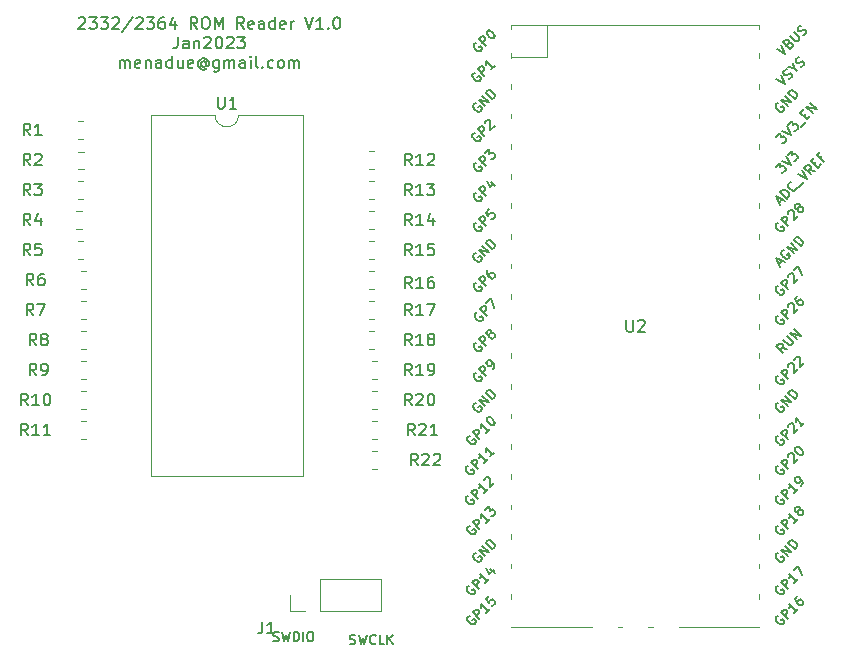
<source format=gbr>
G04 #@! TF.GenerationSoftware,KiCad,Pcbnew,5.1.5+dfsg1-2build2*
G04 #@! TF.CreationDate,2023-01-08T20:57:23+00:00*
G04 #@! TF.ProjectId,rom-reader,726f6d2d-7265-4616-9465-722e6b696361,rev?*
G04 #@! TF.SameCoordinates,Original*
G04 #@! TF.FileFunction,Legend,Top*
G04 #@! TF.FilePolarity,Positive*
%FSLAX46Y46*%
G04 Gerber Fmt 4.6, Leading zero omitted, Abs format (unit mm)*
G04 Created by KiCad (PCBNEW 5.1.5+dfsg1-2build2) date 2023-01-08 20:57:23*
%MOMM*%
%LPD*%
G04 APERTURE LIST*
%ADD10C,0.150000*%
%ADD11C,0.120000*%
G04 APERTURE END LIST*
D10*
X10010571Y14294380D02*
X10058190Y14342000D01*
X10153428Y14389619D01*
X10391523Y14389619D01*
X10486761Y14342000D01*
X10534380Y14294380D01*
X10581999Y14199142D01*
X10581999Y14103904D01*
X10534380Y13961047D01*
X9962952Y13389619D01*
X10581999Y13389619D01*
X10915333Y14389619D02*
X11534380Y14389619D01*
X11201047Y14008666D01*
X11343904Y14008666D01*
X11439142Y13961047D01*
X11486761Y13913428D01*
X11534380Y13818190D01*
X11534380Y13580095D01*
X11486761Y13484857D01*
X11439142Y13437238D01*
X11343904Y13389619D01*
X11058190Y13389619D01*
X10962952Y13437238D01*
X10915333Y13484857D01*
X11867714Y14389619D02*
X12486761Y14389619D01*
X12153428Y14008666D01*
X12296285Y14008666D01*
X12391523Y13961047D01*
X12439142Y13913428D01*
X12486761Y13818190D01*
X12486761Y13580095D01*
X12439142Y13484857D01*
X12391523Y13437238D01*
X12296285Y13389619D01*
X12010571Y13389619D01*
X11915333Y13437238D01*
X11867714Y13484857D01*
X12867714Y14294380D02*
X12915333Y14342000D01*
X13010571Y14389619D01*
X13248666Y14389619D01*
X13343904Y14342000D01*
X13391523Y14294380D01*
X13439142Y14199142D01*
X13439142Y14103904D01*
X13391523Y13961047D01*
X12820095Y13389619D01*
X13439142Y13389619D01*
X14581999Y14437238D02*
X13724857Y13151523D01*
X14867714Y14294380D02*
X14915333Y14342000D01*
X15010571Y14389619D01*
X15248666Y14389619D01*
X15343904Y14342000D01*
X15391523Y14294380D01*
X15439142Y14199142D01*
X15439142Y14103904D01*
X15391523Y13961047D01*
X14820095Y13389619D01*
X15439142Y13389619D01*
X15772476Y14389619D02*
X16391523Y14389619D01*
X16058190Y14008666D01*
X16201047Y14008666D01*
X16296285Y13961047D01*
X16343904Y13913428D01*
X16391523Y13818190D01*
X16391523Y13580095D01*
X16343904Y13484857D01*
X16296285Y13437238D01*
X16201047Y13389619D01*
X15915333Y13389619D01*
X15820095Y13437238D01*
X15772476Y13484857D01*
X17248666Y14389619D02*
X17058190Y14389619D01*
X16962952Y14342000D01*
X16915333Y14294380D01*
X16820095Y14151523D01*
X16772476Y13961047D01*
X16772476Y13580095D01*
X16820095Y13484857D01*
X16867714Y13437238D01*
X16962952Y13389619D01*
X17153428Y13389619D01*
X17248666Y13437238D01*
X17296285Y13484857D01*
X17343904Y13580095D01*
X17343904Y13818190D01*
X17296285Y13913428D01*
X17248666Y13961047D01*
X17153428Y14008666D01*
X16962952Y14008666D01*
X16867714Y13961047D01*
X16820095Y13913428D01*
X16772476Y13818190D01*
X18201047Y14056285D02*
X18201047Y13389619D01*
X17962952Y14437238D02*
X17724857Y13722952D01*
X18343904Y13722952D01*
X20058190Y13389619D02*
X19724857Y13865809D01*
X19486761Y13389619D02*
X19486761Y14389619D01*
X19867714Y14389619D01*
X19962952Y14342000D01*
X20010571Y14294380D01*
X20058190Y14199142D01*
X20058190Y14056285D01*
X20010571Y13961047D01*
X19962952Y13913428D01*
X19867714Y13865809D01*
X19486761Y13865809D01*
X20677238Y14389619D02*
X20867714Y14389619D01*
X20962952Y14342000D01*
X21058190Y14246761D01*
X21105809Y14056285D01*
X21105809Y13722952D01*
X21058190Y13532476D01*
X20962952Y13437238D01*
X20867714Y13389619D01*
X20677238Y13389619D01*
X20582000Y13437238D01*
X20486761Y13532476D01*
X20439142Y13722952D01*
X20439142Y14056285D01*
X20486761Y14246761D01*
X20582000Y14342000D01*
X20677238Y14389619D01*
X21534380Y13389619D02*
X21534380Y14389619D01*
X21867714Y13675333D01*
X22201047Y14389619D01*
X22201047Y13389619D01*
X24010571Y13389619D02*
X23677238Y13865809D01*
X23439142Y13389619D02*
X23439142Y14389619D01*
X23820095Y14389619D01*
X23915333Y14342000D01*
X23962952Y14294380D01*
X24010571Y14199142D01*
X24010571Y14056285D01*
X23962952Y13961047D01*
X23915333Y13913428D01*
X23820095Y13865809D01*
X23439142Y13865809D01*
X24820095Y13437238D02*
X24724857Y13389619D01*
X24534380Y13389619D01*
X24439142Y13437238D01*
X24391523Y13532476D01*
X24391523Y13913428D01*
X24439142Y14008666D01*
X24534380Y14056285D01*
X24724857Y14056285D01*
X24820095Y14008666D01*
X24867714Y13913428D01*
X24867714Y13818190D01*
X24391523Y13722952D01*
X25724857Y13389619D02*
X25724857Y13913428D01*
X25677238Y14008666D01*
X25581999Y14056285D01*
X25391523Y14056285D01*
X25296285Y14008666D01*
X25724857Y13437238D02*
X25629619Y13389619D01*
X25391523Y13389619D01*
X25296285Y13437238D01*
X25248666Y13532476D01*
X25248666Y13627714D01*
X25296285Y13722952D01*
X25391523Y13770571D01*
X25629619Y13770571D01*
X25724857Y13818190D01*
X26629619Y13389619D02*
X26629619Y14389619D01*
X26629619Y13437238D02*
X26534380Y13389619D01*
X26343904Y13389619D01*
X26248666Y13437238D01*
X26201047Y13484857D01*
X26153428Y13580095D01*
X26153428Y13865809D01*
X26201047Y13961047D01*
X26248666Y14008666D01*
X26343904Y14056285D01*
X26534380Y14056285D01*
X26629619Y14008666D01*
X27486761Y13437238D02*
X27391523Y13389619D01*
X27201047Y13389619D01*
X27105809Y13437238D01*
X27058190Y13532476D01*
X27058190Y13913428D01*
X27105809Y14008666D01*
X27201047Y14056285D01*
X27391523Y14056285D01*
X27486761Y14008666D01*
X27534380Y13913428D01*
X27534380Y13818190D01*
X27058190Y13722952D01*
X27962952Y13389619D02*
X27962952Y14056285D01*
X27962952Y13865809D02*
X28010571Y13961047D01*
X28058190Y14008666D01*
X28153428Y14056285D01*
X28248666Y14056285D01*
X29201047Y14389619D02*
X29534380Y13389619D01*
X29867714Y14389619D01*
X30724857Y13389619D02*
X30153428Y13389619D01*
X30439142Y13389619D02*
X30439142Y14389619D01*
X30343904Y14246761D01*
X30248666Y14151523D01*
X30153428Y14103904D01*
X31153428Y13484857D02*
X31201047Y13437238D01*
X31153428Y13389619D01*
X31105809Y13437238D01*
X31153428Y13484857D01*
X31153428Y13389619D01*
X31820095Y14389619D02*
X31915333Y14389619D01*
X32010571Y14342000D01*
X32058190Y14294380D01*
X32105809Y14199142D01*
X32153428Y14008666D01*
X32153428Y13770571D01*
X32105809Y13580095D01*
X32058190Y13484857D01*
X32010571Y13437238D01*
X31915333Y13389619D01*
X31820095Y13389619D01*
X31724857Y13437238D01*
X31677238Y13484857D01*
X31629619Y13580095D01*
X31581999Y13770571D01*
X31581999Y14008666D01*
X31629619Y14199142D01*
X31677238Y14294380D01*
X31724857Y14342000D01*
X31820095Y14389619D01*
X18415333Y12739619D02*
X18415333Y12025333D01*
X18367714Y11882476D01*
X18272476Y11787238D01*
X18129619Y11739619D01*
X18034380Y11739619D01*
X19320095Y11739619D02*
X19320095Y12263428D01*
X19272476Y12358666D01*
X19177238Y12406285D01*
X18986761Y12406285D01*
X18891523Y12358666D01*
X19320095Y11787238D02*
X19224857Y11739619D01*
X18986761Y11739619D01*
X18891523Y11787238D01*
X18843904Y11882476D01*
X18843904Y11977714D01*
X18891523Y12072952D01*
X18986761Y12120571D01*
X19224857Y12120571D01*
X19320095Y12168190D01*
X19796285Y12406285D02*
X19796285Y11739619D01*
X19796285Y12311047D02*
X19843904Y12358666D01*
X19939142Y12406285D01*
X20082000Y12406285D01*
X20177238Y12358666D01*
X20224857Y12263428D01*
X20224857Y11739619D01*
X20653428Y12644380D02*
X20701047Y12692000D01*
X20796285Y12739619D01*
X21034380Y12739619D01*
X21129619Y12692000D01*
X21177238Y12644380D01*
X21224857Y12549142D01*
X21224857Y12453904D01*
X21177238Y12311047D01*
X20605809Y11739619D01*
X21224857Y11739619D01*
X21843904Y12739619D02*
X21939142Y12739619D01*
X22034380Y12692000D01*
X22082000Y12644380D01*
X22129619Y12549142D01*
X22177238Y12358666D01*
X22177238Y12120571D01*
X22129619Y11930095D01*
X22082000Y11834857D01*
X22034380Y11787238D01*
X21939142Y11739619D01*
X21843904Y11739619D01*
X21748666Y11787238D01*
X21701047Y11834857D01*
X21653428Y11930095D01*
X21605809Y12120571D01*
X21605809Y12358666D01*
X21653428Y12549142D01*
X21701047Y12644380D01*
X21748666Y12692000D01*
X21843904Y12739619D01*
X22558190Y12644380D02*
X22605809Y12692000D01*
X22701047Y12739619D01*
X22939142Y12739619D01*
X23034380Y12692000D01*
X23082000Y12644380D01*
X23129619Y12549142D01*
X23129619Y12453904D01*
X23082000Y12311047D01*
X22510571Y11739619D01*
X23129619Y11739619D01*
X23462952Y12739619D02*
X24082000Y12739619D01*
X23748666Y12358666D01*
X23891523Y12358666D01*
X23986761Y12311047D01*
X24034380Y12263428D01*
X24082000Y12168190D01*
X24082000Y11930095D01*
X24034380Y11834857D01*
X23986761Y11787238D01*
X23891523Y11739619D01*
X23605809Y11739619D01*
X23510571Y11787238D01*
X23462952Y11834857D01*
X13486761Y10089619D02*
X13486761Y10756285D01*
X13486761Y10661047D02*
X13534380Y10708666D01*
X13629619Y10756285D01*
X13772476Y10756285D01*
X13867714Y10708666D01*
X13915333Y10613428D01*
X13915333Y10089619D01*
X13915333Y10613428D02*
X13962952Y10708666D01*
X14058190Y10756285D01*
X14201047Y10756285D01*
X14296285Y10708666D01*
X14343904Y10613428D01*
X14343904Y10089619D01*
X15201047Y10137238D02*
X15105809Y10089619D01*
X14915333Y10089619D01*
X14820095Y10137238D01*
X14772476Y10232476D01*
X14772476Y10613428D01*
X14820095Y10708666D01*
X14915333Y10756285D01*
X15105809Y10756285D01*
X15201047Y10708666D01*
X15248666Y10613428D01*
X15248666Y10518190D01*
X14772476Y10422952D01*
X15677238Y10756285D02*
X15677238Y10089619D01*
X15677238Y10661047D02*
X15724857Y10708666D01*
X15820095Y10756285D01*
X15962952Y10756285D01*
X16058190Y10708666D01*
X16105809Y10613428D01*
X16105809Y10089619D01*
X17010571Y10089619D02*
X17010571Y10613428D01*
X16962952Y10708666D01*
X16867714Y10756285D01*
X16677238Y10756285D01*
X16582000Y10708666D01*
X17010571Y10137238D02*
X16915333Y10089619D01*
X16677238Y10089619D01*
X16582000Y10137238D01*
X16534380Y10232476D01*
X16534380Y10327714D01*
X16582000Y10422952D01*
X16677238Y10470571D01*
X16915333Y10470571D01*
X17010571Y10518190D01*
X17915333Y10089619D02*
X17915333Y11089619D01*
X17915333Y10137238D02*
X17820095Y10089619D01*
X17629619Y10089619D01*
X17534380Y10137238D01*
X17486761Y10184857D01*
X17439142Y10280095D01*
X17439142Y10565809D01*
X17486761Y10661047D01*
X17534380Y10708666D01*
X17629619Y10756285D01*
X17820095Y10756285D01*
X17915333Y10708666D01*
X18820095Y10756285D02*
X18820095Y10089619D01*
X18391523Y10756285D02*
X18391523Y10232476D01*
X18439142Y10137238D01*
X18534380Y10089619D01*
X18677238Y10089619D01*
X18772476Y10137238D01*
X18820095Y10184857D01*
X19677238Y10137238D02*
X19582000Y10089619D01*
X19391523Y10089619D01*
X19296285Y10137238D01*
X19248666Y10232476D01*
X19248666Y10613428D01*
X19296285Y10708666D01*
X19391523Y10756285D01*
X19582000Y10756285D01*
X19677238Y10708666D01*
X19724857Y10613428D01*
X19724857Y10518190D01*
X19248666Y10422952D01*
X20772476Y10565809D02*
X20724857Y10613428D01*
X20629619Y10661047D01*
X20534380Y10661047D01*
X20439142Y10613428D01*
X20391523Y10565809D01*
X20343904Y10470571D01*
X20343904Y10375333D01*
X20391523Y10280095D01*
X20439142Y10232476D01*
X20534380Y10184857D01*
X20629619Y10184857D01*
X20724857Y10232476D01*
X20772476Y10280095D01*
X20772476Y10661047D02*
X20772476Y10280095D01*
X20820095Y10232476D01*
X20867714Y10232476D01*
X20962952Y10280095D01*
X21010571Y10375333D01*
X21010571Y10613428D01*
X20915333Y10756285D01*
X20772476Y10851523D01*
X20582000Y10899142D01*
X20391523Y10851523D01*
X20248666Y10756285D01*
X20153428Y10613428D01*
X20105809Y10422952D01*
X20153428Y10232476D01*
X20248666Y10089619D01*
X20391523Y9994380D01*
X20582000Y9946761D01*
X20772476Y9994380D01*
X20915333Y10089619D01*
X21867714Y10756285D02*
X21867714Y9946761D01*
X21820095Y9851523D01*
X21772476Y9803904D01*
X21677238Y9756285D01*
X21534380Y9756285D01*
X21439142Y9803904D01*
X21867714Y10137238D02*
X21772476Y10089619D01*
X21582000Y10089619D01*
X21486761Y10137238D01*
X21439142Y10184857D01*
X21391523Y10280095D01*
X21391523Y10565809D01*
X21439142Y10661047D01*
X21486761Y10708666D01*
X21582000Y10756285D01*
X21772476Y10756285D01*
X21867714Y10708666D01*
X22343904Y10089619D02*
X22343904Y10756285D01*
X22343904Y10661047D02*
X22391523Y10708666D01*
X22486761Y10756285D01*
X22629619Y10756285D01*
X22724857Y10708666D01*
X22772476Y10613428D01*
X22772476Y10089619D01*
X22772476Y10613428D02*
X22820095Y10708666D01*
X22915333Y10756285D01*
X23058190Y10756285D01*
X23153428Y10708666D01*
X23201047Y10613428D01*
X23201047Y10089619D01*
X24105809Y10089619D02*
X24105809Y10613428D01*
X24058190Y10708666D01*
X23962952Y10756285D01*
X23772476Y10756285D01*
X23677238Y10708666D01*
X24105809Y10137238D02*
X24010571Y10089619D01*
X23772476Y10089619D01*
X23677238Y10137238D01*
X23629619Y10232476D01*
X23629619Y10327714D01*
X23677238Y10422952D01*
X23772476Y10470571D01*
X24010571Y10470571D01*
X24105809Y10518190D01*
X24582000Y10089619D02*
X24582000Y10756285D01*
X24582000Y11089619D02*
X24534380Y11042000D01*
X24582000Y10994380D01*
X24629619Y11042000D01*
X24582000Y11089619D01*
X24582000Y10994380D01*
X25201047Y10089619D02*
X25105809Y10137238D01*
X25058190Y10232476D01*
X25058190Y11089619D01*
X25582000Y10184857D02*
X25629619Y10137238D01*
X25582000Y10089619D01*
X25534380Y10137238D01*
X25582000Y10184857D01*
X25582000Y10089619D01*
X26486761Y10137238D02*
X26391523Y10089619D01*
X26201047Y10089619D01*
X26105809Y10137238D01*
X26058190Y10184857D01*
X26010571Y10280095D01*
X26010571Y10565809D01*
X26058190Y10661047D01*
X26105809Y10708666D01*
X26201047Y10756285D01*
X26391523Y10756285D01*
X26486761Y10708666D01*
X27058190Y10089619D02*
X26962952Y10137238D01*
X26915333Y10184857D01*
X26867714Y10280095D01*
X26867714Y10565809D01*
X26915333Y10661047D01*
X26962952Y10708666D01*
X27058190Y10756285D01*
X27201047Y10756285D01*
X27296285Y10708666D01*
X27343904Y10661047D01*
X27391523Y10565809D01*
X27391523Y10280095D01*
X27343904Y10184857D01*
X27296285Y10137238D01*
X27201047Y10089619D01*
X27058190Y10089619D01*
X27820095Y10089619D02*
X27820095Y10756285D01*
X27820095Y10661047D02*
X27867714Y10708666D01*
X27962952Y10756285D01*
X28105809Y10756285D01*
X28201047Y10708666D01*
X28248666Y10613428D01*
X28248666Y10089619D01*
X28248666Y10613428D02*
X28296285Y10708666D01*
X28391523Y10756285D01*
X28534380Y10756285D01*
X28629619Y10708666D01*
X28677238Y10613428D01*
X28677238Y10089619D01*
D11*
X27880000Y-35874000D02*
X27880000Y-34544000D01*
X29210000Y-35874000D02*
X27880000Y-35874000D01*
X30480000Y-35874000D02*
X30480000Y-33214000D01*
X30480000Y-33214000D02*
X35620000Y-33214000D01*
X30480000Y-35874000D02*
X35620000Y-35874000D01*
X35620000Y-35874000D02*
X35620000Y-33214000D01*
X46650000Y13714400D02*
X67650000Y13714400D01*
X53450000Y-37285600D02*
X46650000Y-37285600D01*
X46650000Y11047400D02*
X49657000Y11047400D01*
X49657000Y11047400D02*
X49657000Y13714400D01*
X46650000Y13714400D02*
X46650000Y13414400D01*
X46650000Y11314400D02*
X46650000Y10914400D01*
X46650000Y8714400D02*
X46650000Y8314400D01*
X46650000Y6214400D02*
X46650000Y5814400D01*
X46650000Y3614400D02*
X46650000Y3214400D01*
X46650000Y1114400D02*
X46650000Y714400D01*
X46650000Y-1385600D02*
X46650000Y-1785600D01*
X46650000Y-3985600D02*
X46650000Y-4385600D01*
X46650000Y-6485600D02*
X46650000Y-6885600D01*
X46650000Y-9085600D02*
X46650000Y-9485600D01*
X46650000Y-11585600D02*
X46650000Y-11985600D01*
X46650000Y-14085600D02*
X46650000Y-14485600D01*
X46650000Y-16685600D02*
X46650000Y-17085600D01*
X46650000Y-19185600D02*
X46650000Y-19585600D01*
X46650000Y-21785600D02*
X46650000Y-22185600D01*
X46650000Y-24285600D02*
X46650000Y-24685600D01*
X46650000Y-26885600D02*
X46650000Y-27285600D01*
X46650000Y-29385600D02*
X46650000Y-29785600D01*
X46650000Y-31885600D02*
X46650000Y-32285600D01*
X46650000Y-34485600D02*
X46650000Y-34885600D01*
X67650000Y-1385600D02*
X67650000Y-1785600D01*
X67650000Y-6485600D02*
X67650000Y-6885600D01*
X67650000Y-14085600D02*
X67650000Y-14485600D01*
X67650000Y-21785600D02*
X67650000Y-22185600D01*
X67650000Y8714400D02*
X67650000Y8314400D01*
X67650000Y11314400D02*
X67650000Y10914400D01*
X67650000Y3614400D02*
X67650000Y3214400D01*
X67650000Y-29385600D02*
X67650000Y-29785600D01*
X67650000Y-34485600D02*
X67650000Y-34885600D01*
X67650000Y-31885600D02*
X67650000Y-32285600D01*
X67650000Y-16685600D02*
X67650000Y-17085600D01*
X67650000Y-11585600D02*
X67650000Y-11985600D01*
X67650000Y1114400D02*
X67650000Y714400D01*
X67650000Y-3985600D02*
X67650000Y-4385600D01*
X67650000Y-24285600D02*
X67650000Y-24685600D01*
X67650000Y-9085600D02*
X67650000Y-9485600D01*
X67650000Y13714400D02*
X67650000Y13414400D01*
X67650000Y6214400D02*
X67650000Y5814400D01*
X67650000Y-19185600D02*
X67650000Y-19585600D01*
X67650000Y-26885600D02*
X67650000Y-27285600D01*
X67650000Y-37285600D02*
X60850000Y-37285600D01*
X55650000Y-37285600D02*
X56050000Y-37285600D01*
X58250000Y-37285600D02*
X58650000Y-37285600D01*
X29023401Y6104999D02*
X23563401Y6104999D01*
X29023401Y-24495001D02*
X29023401Y6104999D01*
X16103401Y-24495001D02*
X29023401Y-24495001D01*
X16103401Y6104999D02*
X16103401Y-24495001D01*
X21563401Y6104999D02*
X16103401Y6104999D01*
X23563401Y6104999D02*
G75*
G02X21563401Y6104999I-1000000J0D01*
G01*
X35279064Y-22379000D02*
X34824936Y-22379000D01*
X35279064Y-23849000D02*
X34824936Y-23849000D01*
X35279064Y-19839000D02*
X34824936Y-19839000D01*
X35279064Y-21309000D02*
X34824936Y-21309000D01*
X35279064Y-17299000D02*
X34824936Y-17299000D01*
X35279064Y-18769000D02*
X34824936Y-18769000D01*
X35279064Y-14759000D02*
X34824936Y-14759000D01*
X35279064Y-16229000D02*
X34824936Y-16229000D01*
X35025064Y-12219000D02*
X34570936Y-12219000D01*
X35025064Y-13689000D02*
X34570936Y-13689000D01*
X35025064Y-9679000D02*
X34570936Y-9679000D01*
X35025064Y-11149000D02*
X34570936Y-11149000D01*
X35025064Y-7139000D02*
X34570936Y-7139000D01*
X35025064Y-8609000D02*
X34570936Y-8609000D01*
X35025064Y-4599000D02*
X34570936Y-4599000D01*
X35025064Y-6069000D02*
X34570936Y-6069000D01*
X35041064Y-2059000D02*
X34586936Y-2059000D01*
X35041064Y-3529000D02*
X34586936Y-3529000D01*
X35025064Y481000D02*
X34570936Y481000D01*
X35025064Y-989000D02*
X34570936Y-989000D01*
X35025064Y3021000D02*
X34570936Y3021000D01*
X35025064Y1551000D02*
X34570936Y1551000D01*
X10641064Y-19839000D02*
X10186936Y-19839000D01*
X10641064Y-21309000D02*
X10186936Y-21309000D01*
X10641064Y-17299000D02*
X10186936Y-17299000D01*
X10641064Y-18769000D02*
X10186936Y-18769000D01*
X10641064Y-14759000D02*
X10186936Y-14759000D01*
X10641064Y-16229000D02*
X10186936Y-16229000D01*
X10641064Y-12219000D02*
X10186936Y-12219000D01*
X10641064Y-13689000D02*
X10186936Y-13689000D01*
X10641064Y-9679000D02*
X10186936Y-9679000D01*
X10641064Y-11149000D02*
X10186936Y-11149000D01*
X10641064Y-7139000D02*
X10186936Y-7139000D01*
X10641064Y-8609000D02*
X10186936Y-8609000D01*
X10387064Y-4599000D02*
X9932936Y-4599000D01*
X10387064Y-6069000D02*
X9932936Y-6069000D01*
X10260064Y-2059000D02*
X9805936Y-2059000D01*
X10260064Y-3529000D02*
X9805936Y-3529000D01*
X10387064Y481000D02*
X9932936Y481000D01*
X10387064Y-989000D02*
X9932936Y-989000D01*
X10437864Y2970200D02*
X9983736Y2970200D01*
X10437864Y1500200D02*
X9983736Y1500200D01*
X10387064Y5561000D02*
X9932936Y5561000D01*
X10387064Y4091000D02*
X9932936Y4091000D01*
D10*
X25574666Y-36790380D02*
X25574666Y-37504666D01*
X25527047Y-37647523D01*
X25431809Y-37742761D01*
X25288952Y-37790380D01*
X25193714Y-37790380D01*
X26574666Y-37790380D02*
X26003238Y-37790380D01*
X26288952Y-37790380D02*
X26288952Y-36790380D01*
X26193714Y-36933238D01*
X26098476Y-37028476D01*
X26003238Y-37076095D01*
X56388095Y-11237980D02*
X56388095Y-12047504D01*
X56435714Y-12142742D01*
X56483333Y-12190361D01*
X56578571Y-12237980D01*
X56769047Y-12237980D01*
X56864285Y-12190361D01*
X56911904Y-12142742D01*
X56959523Y-12047504D01*
X56959523Y-11237980D01*
X57388095Y-11333219D02*
X57435714Y-11285600D01*
X57530952Y-11237980D01*
X57769047Y-11237980D01*
X57864285Y-11285600D01*
X57911904Y-11333219D01*
X57959523Y-11428457D01*
X57959523Y-11523695D01*
X57911904Y-11666552D01*
X57340476Y-12237980D01*
X57959523Y-12237980D01*
X26498761Y-38423809D02*
X26613047Y-38461904D01*
X26803523Y-38461904D01*
X26879714Y-38423809D01*
X26917809Y-38385714D01*
X26955904Y-38309523D01*
X26955904Y-38233333D01*
X26917809Y-38157142D01*
X26879714Y-38119047D01*
X26803523Y-38080952D01*
X26651142Y-38042857D01*
X26574952Y-38004761D01*
X26536857Y-37966666D01*
X26498761Y-37890476D01*
X26498761Y-37814285D01*
X26536857Y-37738095D01*
X26574952Y-37700000D01*
X26651142Y-37661904D01*
X26841619Y-37661904D01*
X26955904Y-37700000D01*
X27222571Y-37661904D02*
X27413047Y-38461904D01*
X27565428Y-37890476D01*
X27717809Y-38461904D01*
X27908285Y-37661904D01*
X28213047Y-38461904D02*
X28213047Y-37661904D01*
X28403523Y-37661904D01*
X28517809Y-37700000D01*
X28594000Y-37776190D01*
X28632095Y-37852380D01*
X28670190Y-38004761D01*
X28670190Y-38119047D01*
X28632095Y-38271428D01*
X28594000Y-38347619D01*
X28517809Y-38423809D01*
X28403523Y-38461904D01*
X28213047Y-38461904D01*
X29013047Y-38461904D02*
X29013047Y-37661904D01*
X29546380Y-37661904D02*
X29698761Y-37661904D01*
X29774952Y-37700000D01*
X29851142Y-37776190D01*
X29889238Y-37928571D01*
X29889238Y-38195238D01*
X29851142Y-38347619D01*
X29774952Y-38423809D01*
X29698761Y-38461904D01*
X29546380Y-38461904D01*
X29470190Y-38423809D01*
X29394000Y-38347619D01*
X29355904Y-38195238D01*
X29355904Y-37928571D01*
X29394000Y-37776190D01*
X29470190Y-37700000D01*
X29546380Y-37661904D01*
X32988476Y-38677809D02*
X33102761Y-38715904D01*
X33293238Y-38715904D01*
X33369428Y-38677809D01*
X33407523Y-38639714D01*
X33445619Y-38563523D01*
X33445619Y-38487333D01*
X33407523Y-38411142D01*
X33369428Y-38373047D01*
X33293238Y-38334952D01*
X33140857Y-38296857D01*
X33064666Y-38258761D01*
X33026571Y-38220666D01*
X32988476Y-38144476D01*
X32988476Y-38068285D01*
X33026571Y-37992095D01*
X33064666Y-37954000D01*
X33140857Y-37915904D01*
X33331333Y-37915904D01*
X33445619Y-37954000D01*
X33712285Y-37915904D02*
X33902761Y-38715904D01*
X34055142Y-38144476D01*
X34207523Y-38715904D01*
X34398000Y-37915904D01*
X35159904Y-38639714D02*
X35121809Y-38677809D01*
X35007523Y-38715904D01*
X34931333Y-38715904D01*
X34817047Y-38677809D01*
X34740857Y-38601619D01*
X34702761Y-38525428D01*
X34664666Y-38373047D01*
X34664666Y-38258761D01*
X34702761Y-38106380D01*
X34740857Y-38030190D01*
X34817047Y-37954000D01*
X34931333Y-37915904D01*
X35007523Y-37915904D01*
X35121809Y-37954000D01*
X35159904Y-37992095D01*
X35883714Y-38715904D02*
X35502761Y-38715904D01*
X35502761Y-37915904D01*
X36150380Y-38715904D02*
X36150380Y-37915904D01*
X36607523Y-38715904D02*
X36264666Y-38258761D01*
X36607523Y-37915904D02*
X36150380Y-38373047D01*
X69301597Y-6526564D02*
X69570971Y-6257190D01*
X69409346Y-6742063D02*
X69032223Y-5987816D01*
X69786470Y-6364940D01*
X69732595Y-5341319D02*
X69651783Y-5368256D01*
X69570971Y-5449068D01*
X69517096Y-5556818D01*
X69517096Y-5664567D01*
X69544033Y-5745380D01*
X69624845Y-5880067D01*
X69705658Y-5960879D01*
X69840345Y-6041691D01*
X69921157Y-6068628D01*
X70028906Y-6068628D01*
X70136656Y-6014754D01*
X70190531Y-5960879D01*
X70244406Y-5853129D01*
X70244406Y-5799254D01*
X70055844Y-5610693D01*
X69948094Y-5718442D01*
X70540717Y-5610693D02*
X69975032Y-5045007D01*
X70863966Y-5287444D01*
X70298280Y-4721758D01*
X71133340Y-5018070D02*
X70567654Y-4452384D01*
X70702341Y-4317697D01*
X70810091Y-4263823D01*
X70917841Y-4263823D01*
X70998653Y-4290760D01*
X71133340Y-4371572D01*
X71214152Y-4452384D01*
X71294964Y-4587071D01*
X71321902Y-4667884D01*
X71321902Y-4775633D01*
X71268027Y-4883383D01*
X71133340Y-5018070D01*
X69236158Y7116244D02*
X69155346Y7089306D01*
X69074534Y7008494D01*
X69020659Y6900745D01*
X69020659Y6792995D01*
X69047597Y6712183D01*
X69128409Y6577496D01*
X69209221Y6496684D01*
X69343908Y6415871D01*
X69424720Y6388934D01*
X69532470Y6388934D01*
X69640219Y6442809D01*
X69694094Y6496684D01*
X69747969Y6604433D01*
X69747969Y6658308D01*
X69559407Y6846870D01*
X69451658Y6739120D01*
X70044280Y6846870D02*
X69478595Y7412555D01*
X70367529Y7170119D01*
X69801844Y7735804D01*
X70636903Y7439493D02*
X70071218Y8005178D01*
X70205905Y8139865D01*
X70313654Y8193740D01*
X70421404Y8193740D01*
X70502216Y8166802D01*
X70636903Y8085990D01*
X70717715Y8005178D01*
X70798528Y7870491D01*
X70825465Y7789679D01*
X70825465Y7681929D01*
X70771590Y7574180D01*
X70636903Y7439493D01*
X69236158Y-18283755D02*
X69155346Y-18310693D01*
X69074534Y-18391505D01*
X69020659Y-18499254D01*
X69020659Y-18607004D01*
X69047597Y-18687816D01*
X69128409Y-18822503D01*
X69209221Y-18903315D01*
X69343908Y-18984128D01*
X69424720Y-19011065D01*
X69532470Y-19011065D01*
X69640219Y-18957190D01*
X69694094Y-18903315D01*
X69747969Y-18795566D01*
X69747969Y-18741691D01*
X69559407Y-18553129D01*
X69451658Y-18660879D01*
X70044280Y-18553129D02*
X69478595Y-17987444D01*
X70367529Y-18229880D01*
X69801844Y-17664195D01*
X70636903Y-17960506D02*
X70071218Y-17394821D01*
X70205905Y-17260134D01*
X70313654Y-17206259D01*
X70421404Y-17206259D01*
X70502216Y-17233197D01*
X70636903Y-17314009D01*
X70717715Y-17394821D01*
X70798528Y-17529508D01*
X70825465Y-17610320D01*
X70825465Y-17718070D01*
X70771590Y-17825819D01*
X70636903Y-17960506D01*
X69236158Y-30983755D02*
X69155346Y-31010693D01*
X69074534Y-31091505D01*
X69020659Y-31199254D01*
X69020659Y-31307004D01*
X69047597Y-31387816D01*
X69128409Y-31522503D01*
X69209221Y-31603315D01*
X69343908Y-31684128D01*
X69424720Y-31711065D01*
X69532470Y-31711065D01*
X69640219Y-31657190D01*
X69694094Y-31603315D01*
X69747969Y-31495566D01*
X69747969Y-31441691D01*
X69559407Y-31253129D01*
X69451658Y-31360879D01*
X70044280Y-31253129D02*
X69478595Y-30687444D01*
X70367529Y-30929880D01*
X69801844Y-30364195D01*
X70636903Y-30660506D02*
X70071218Y-30094821D01*
X70205905Y-29960134D01*
X70313654Y-29906259D01*
X70421404Y-29906259D01*
X70502216Y-29933197D01*
X70636903Y-30014009D01*
X70717715Y-30094821D01*
X70798528Y-30229508D01*
X70825465Y-30310320D01*
X70825465Y-30418070D01*
X70771590Y-30525819D01*
X70636903Y-30660506D01*
X43636158Y-30983755D02*
X43555346Y-31010693D01*
X43474534Y-31091505D01*
X43420659Y-31199254D01*
X43420659Y-31307004D01*
X43447597Y-31387816D01*
X43528409Y-31522503D01*
X43609221Y-31603315D01*
X43743908Y-31684128D01*
X43824720Y-31711065D01*
X43932470Y-31711065D01*
X44040219Y-31657190D01*
X44094094Y-31603315D01*
X44147969Y-31495566D01*
X44147969Y-31441691D01*
X43959407Y-31253129D01*
X43851658Y-31360879D01*
X44444280Y-31253129D02*
X43878595Y-30687444D01*
X44767529Y-30929880D01*
X44201844Y-30364195D01*
X45036903Y-30660506D02*
X44471218Y-30094821D01*
X44605905Y-29960134D01*
X44713654Y-29906259D01*
X44821404Y-29906259D01*
X44902216Y-29933197D01*
X45036903Y-30014009D01*
X45117715Y-30094821D01*
X45198528Y-30229508D01*
X45225465Y-30310320D01*
X45225465Y-30418070D01*
X45171590Y-30525819D01*
X45036903Y-30660506D01*
X43636158Y-18283755D02*
X43555346Y-18310693D01*
X43474534Y-18391505D01*
X43420659Y-18499254D01*
X43420659Y-18607004D01*
X43447597Y-18687816D01*
X43528409Y-18822503D01*
X43609221Y-18903315D01*
X43743908Y-18984128D01*
X43824720Y-19011065D01*
X43932470Y-19011065D01*
X44040219Y-18957190D01*
X44094094Y-18903315D01*
X44147969Y-18795566D01*
X44147969Y-18741691D01*
X43959407Y-18553129D01*
X43851658Y-18660879D01*
X44444280Y-18553129D02*
X43878595Y-17987444D01*
X44767529Y-18229880D01*
X44201844Y-17664195D01*
X45036903Y-17960506D02*
X44471218Y-17394821D01*
X44605905Y-17260134D01*
X44713654Y-17206259D01*
X44821404Y-17206259D01*
X44902216Y-17233197D01*
X45036903Y-17314009D01*
X45117715Y-17394821D01*
X45198528Y-17529508D01*
X45225465Y-17610320D01*
X45225465Y-17718070D01*
X45171590Y-17825819D01*
X45036903Y-17960506D01*
X43636158Y-5583755D02*
X43555346Y-5610693D01*
X43474534Y-5691505D01*
X43420659Y-5799254D01*
X43420659Y-5907004D01*
X43447597Y-5987816D01*
X43528409Y-6122503D01*
X43609221Y-6203315D01*
X43743908Y-6284128D01*
X43824720Y-6311065D01*
X43932470Y-6311065D01*
X44040219Y-6257190D01*
X44094094Y-6203315D01*
X44147969Y-6095566D01*
X44147969Y-6041691D01*
X43959407Y-5853129D01*
X43851658Y-5960879D01*
X44444280Y-5853129D02*
X43878595Y-5287444D01*
X44767529Y-5529880D01*
X44201844Y-4964195D01*
X45036903Y-5260506D02*
X44471218Y-4694821D01*
X44605905Y-4560134D01*
X44713654Y-4506259D01*
X44821404Y-4506259D01*
X44902216Y-4533197D01*
X45036903Y-4614009D01*
X45117715Y-4694821D01*
X45198528Y-4829508D01*
X45225465Y-4910320D01*
X45225465Y-5018070D01*
X45171590Y-5125819D01*
X45036903Y-5260506D01*
X43636158Y7116244D02*
X43555346Y7089306D01*
X43474534Y7008494D01*
X43420659Y6900745D01*
X43420659Y6792995D01*
X43447597Y6712183D01*
X43528409Y6577496D01*
X43609221Y6496684D01*
X43743908Y6415871D01*
X43824720Y6388934D01*
X43932470Y6388934D01*
X44040219Y6442809D01*
X44094094Y6496684D01*
X44147969Y6604433D01*
X44147969Y6658308D01*
X43959407Y6846870D01*
X43851658Y6739120D01*
X44444280Y6846870D02*
X43878595Y7412555D01*
X44767529Y7170119D01*
X44201844Y7735804D01*
X45036903Y7439493D02*
X44471218Y8005178D01*
X44605905Y8139865D01*
X44713654Y8193740D01*
X44821404Y8193740D01*
X44902216Y8166802D01*
X45036903Y8085990D01*
X45117715Y8005178D01*
X45198528Y7870491D01*
X45225465Y7789679D01*
X45225465Y7681929D01*
X45171590Y7574180D01*
X45036903Y7439493D01*
X69103129Y11687090D02*
X69857377Y11309966D01*
X69480253Y12064213D01*
X70126751Y12171963D02*
X70234500Y12225838D01*
X70288375Y12225838D01*
X70369187Y12198900D01*
X70449999Y12118088D01*
X70476937Y12037276D01*
X70476937Y11983401D01*
X70450000Y11902589D01*
X70234500Y11687090D01*
X69668815Y12252775D01*
X69857377Y12441337D01*
X69938189Y12468274D01*
X69992064Y12468274D01*
X70072876Y12441337D01*
X70126751Y12387462D01*
X70153688Y12306650D01*
X70153688Y12252775D01*
X70126751Y12171963D01*
X69938189Y11983401D01*
X70234500Y12818461D02*
X70692436Y12360525D01*
X70773248Y12333587D01*
X70827123Y12333587D01*
X70907935Y12360525D01*
X71015685Y12468274D01*
X71042622Y12549087D01*
X71042622Y12602961D01*
X71015685Y12683774D01*
X70557749Y13141709D01*
X71338934Y12845398D02*
X71446683Y12899273D01*
X71581370Y13033960D01*
X71608308Y13114772D01*
X71608308Y13168647D01*
X71581370Y13249459D01*
X71527496Y13303334D01*
X71446683Y13330271D01*
X71392809Y13330271D01*
X71311996Y13303334D01*
X71177309Y13222522D01*
X71096497Y13195584D01*
X71042622Y13195584D01*
X70961810Y13222522D01*
X70907935Y13276396D01*
X70880998Y13357209D01*
X70880998Y13411083D01*
X70907935Y13491896D01*
X71042622Y13626583D01*
X71150372Y13680457D01*
X69070473Y9144433D02*
X69824720Y8767310D01*
X69447597Y9521557D01*
X70147969Y9144433D02*
X70255719Y9198308D01*
X70390406Y9332995D01*
X70417343Y9413807D01*
X70417343Y9467682D01*
X70390406Y9548494D01*
X70336531Y9602369D01*
X70255719Y9629306D01*
X70201844Y9629306D01*
X70121032Y9602369D01*
X69986345Y9521557D01*
X69905532Y9494619D01*
X69851658Y9494619D01*
X69770845Y9521557D01*
X69716971Y9575432D01*
X69690033Y9656244D01*
X69690033Y9710119D01*
X69716971Y9790931D01*
X69851658Y9925618D01*
X69959407Y9979493D01*
X70578967Y10060305D02*
X70848341Y9790931D01*
X70094094Y10168054D02*
X70578967Y10060305D01*
X70471218Y10545178D01*
X71171590Y10168054D02*
X71279340Y10221929D01*
X71414027Y10356616D01*
X71440964Y10437428D01*
X71440964Y10491303D01*
X71414027Y10572115D01*
X71360152Y10625990D01*
X71279340Y10652928D01*
X71225465Y10652928D01*
X71144653Y10625990D01*
X71009966Y10545178D01*
X70929154Y10518241D01*
X70875279Y10518241D01*
X70794467Y10545178D01*
X70740592Y10599053D01*
X70713654Y10679865D01*
X70713654Y10733740D01*
X70740592Y10814552D01*
X70875279Y10949239D01*
X70983028Y11003114D01*
X69072131Y4256091D02*
X69422317Y4606277D01*
X69449255Y4202216D01*
X69530067Y4283029D01*
X69610879Y4309966D01*
X69664754Y4309966D01*
X69745566Y4283029D01*
X69880253Y4148342D01*
X69907190Y4067529D01*
X69907190Y4013655D01*
X69880253Y3932842D01*
X69718629Y3771218D01*
X69637816Y3744281D01*
X69583942Y3744281D01*
X69583942Y4767902D02*
X70338189Y4390778D01*
X69961065Y5145025D01*
X70095752Y5279712D02*
X70445938Y5629899D01*
X70472876Y5225838D01*
X70553688Y5306650D01*
X70634500Y5333587D01*
X70688375Y5333587D01*
X70769187Y5306650D01*
X70903874Y5171963D01*
X70930812Y5091151D01*
X70930812Y5037276D01*
X70903874Y4956464D01*
X70742250Y4794839D01*
X70661438Y4767902D01*
X70607563Y4767902D01*
X71173248Y5118088D02*
X71604247Y5549087D01*
X71388748Y6033960D02*
X71577309Y6222522D01*
X71954433Y6007022D02*
X71685059Y5737648D01*
X71119374Y6303334D01*
X71388748Y6572708D01*
X72196870Y6249459D02*
X71631184Y6815144D01*
X72520118Y6572708D01*
X71954433Y7138393D01*
X69039847Y1723807D02*
X69390033Y2073993D01*
X69416971Y1669932D01*
X69497783Y1750745D01*
X69578595Y1777682D01*
X69632470Y1777682D01*
X69713282Y1750745D01*
X69847969Y1616058D01*
X69874906Y1535245D01*
X69874906Y1481371D01*
X69847969Y1400558D01*
X69686345Y1238934D01*
X69605532Y1211997D01*
X69551658Y1211997D01*
X69551658Y2235618D02*
X70305905Y1858494D01*
X69928781Y2612741D01*
X70063468Y2747428D02*
X70413654Y3097615D01*
X70440592Y2693554D01*
X70521404Y2774366D01*
X70602216Y2801303D01*
X70656091Y2801303D01*
X70736903Y2774366D01*
X70871590Y2639679D01*
X70898528Y2558867D01*
X70898528Y2504992D01*
X70871590Y2424180D01*
X70709966Y2262555D01*
X70629154Y2235618D01*
X70575279Y2235618D01*
X69304788Y-1319373D02*
X69574162Y-1049999D01*
X69412537Y-1534872D02*
X69035414Y-780625D01*
X69789661Y-1157749D01*
X69978223Y-969187D02*
X69412537Y-403502D01*
X69547224Y-268815D01*
X69654974Y-214940D01*
X69762723Y-214940D01*
X69843536Y-241877D01*
X69978223Y-322689D01*
X70059035Y-403502D01*
X70139847Y-538189D01*
X70166784Y-619001D01*
X70166784Y-726750D01*
X70112910Y-834500D01*
X69978223Y-969187D01*
X70813282Y-26378D02*
X70813282Y-80253D01*
X70759407Y-188002D01*
X70705532Y-241877D01*
X70597783Y-295752D01*
X70490033Y-295752D01*
X70409221Y-268815D01*
X70274534Y-188002D01*
X70193722Y-107190D01*
X70112910Y27496D01*
X70085972Y108308D01*
X70085972Y216058D01*
X70139847Y323807D01*
X70193722Y377682D01*
X70301471Y431557D01*
X70355346Y431557D01*
X71028781Y-26378D02*
X71459780Y404619D01*
X70894094Y1078054D02*
X71648341Y700931D01*
X71271218Y1455178D01*
X72348714Y1401303D02*
X71890778Y1482115D01*
X72025465Y1078054D02*
X71459780Y1643740D01*
X71675279Y1859239D01*
X71756091Y1886176D01*
X71809966Y1886176D01*
X71890778Y1859239D01*
X71971590Y1778427D01*
X71998528Y1697615D01*
X71998528Y1643740D01*
X71971590Y1562928D01*
X71756091Y1347428D01*
X72294839Y1940051D02*
X72483401Y2128613D01*
X72860524Y1913114D02*
X72591150Y1643740D01*
X72025465Y2209425D01*
X72294839Y2478799D01*
X72995211Y2640424D02*
X72806650Y2451862D01*
X73102961Y2155550D02*
X72537276Y2721236D01*
X72806650Y2990610D01*
X69247722Y-3032192D02*
X69166910Y-3059129D01*
X69086097Y-3139941D01*
X69032223Y-3247691D01*
X69032223Y-3355441D01*
X69059160Y-3436253D01*
X69139972Y-3570940D01*
X69220784Y-3651752D01*
X69355471Y-3732564D01*
X69436284Y-3759502D01*
X69544033Y-3759502D01*
X69651783Y-3705627D01*
X69705658Y-3651752D01*
X69759532Y-3544002D01*
X69759532Y-3490128D01*
X69570971Y-3301566D01*
X69463221Y-3409315D01*
X70055844Y-3301566D02*
X69490158Y-2735880D01*
X69705658Y-2520381D01*
X69786470Y-2493444D01*
X69840345Y-2493444D01*
X69921157Y-2520381D01*
X70001969Y-2601193D01*
X70028906Y-2682006D01*
X70028906Y-2735880D01*
X70001969Y-2816693D01*
X69786470Y-3032192D01*
X70082781Y-2251007D02*
X70082781Y-2197132D01*
X70109719Y-2116320D01*
X70244406Y-1981633D01*
X70325218Y-1954696D01*
X70379093Y-1954696D01*
X70459905Y-1981633D01*
X70513780Y-2035508D01*
X70567654Y-2143258D01*
X70567654Y-2789755D01*
X70917841Y-2439569D01*
X70917841Y-1793071D02*
X70837028Y-1820009D01*
X70783154Y-1820009D01*
X70702341Y-1793071D01*
X70675404Y-1766134D01*
X70648467Y-1685322D01*
X70648467Y-1631447D01*
X70675404Y-1550635D01*
X70783154Y-1442885D01*
X70863966Y-1415948D01*
X70917841Y-1415948D01*
X70998653Y-1442885D01*
X71025590Y-1469823D01*
X71052528Y-1550635D01*
X71052528Y-1604510D01*
X71025590Y-1685322D01*
X70917841Y-1793071D01*
X70890903Y-1873884D01*
X70890903Y-1927758D01*
X70917841Y-2008571D01*
X71025590Y-2116320D01*
X71106402Y-2143258D01*
X71160277Y-2143258D01*
X71241089Y-2116320D01*
X71348839Y-2008571D01*
X71375776Y-1927758D01*
X71375776Y-1873884D01*
X71348839Y-1793071D01*
X71241089Y-1685322D01*
X71160277Y-1658384D01*
X71106402Y-1658384D01*
X71025590Y-1685322D01*
X69247722Y-8376192D02*
X69166910Y-8403129D01*
X69086097Y-8483941D01*
X69032223Y-8591691D01*
X69032223Y-8699441D01*
X69059160Y-8780253D01*
X69139972Y-8914940D01*
X69220784Y-8995752D01*
X69355471Y-9076564D01*
X69436284Y-9103502D01*
X69544033Y-9103502D01*
X69651783Y-9049627D01*
X69705658Y-8995752D01*
X69759532Y-8888002D01*
X69759532Y-8834128D01*
X69570971Y-8645566D01*
X69463221Y-8753315D01*
X70055844Y-8645566D02*
X69490158Y-8079880D01*
X69705658Y-7864381D01*
X69786470Y-7837444D01*
X69840345Y-7837444D01*
X69921157Y-7864381D01*
X70001969Y-7945193D01*
X70028906Y-8026006D01*
X70028906Y-8079880D01*
X70001969Y-8160693D01*
X69786470Y-8376192D01*
X70082781Y-7595007D02*
X70082781Y-7541132D01*
X70109719Y-7460320D01*
X70244406Y-7325633D01*
X70325218Y-7298696D01*
X70379093Y-7298696D01*
X70459905Y-7325633D01*
X70513780Y-7379508D01*
X70567654Y-7487258D01*
X70567654Y-8133755D01*
X70917841Y-7783569D01*
X70540717Y-7029322D02*
X70917841Y-6652198D01*
X71241089Y-7460320D01*
X69247722Y-10906192D02*
X69166910Y-10933129D01*
X69086097Y-11013941D01*
X69032223Y-11121691D01*
X69032223Y-11229441D01*
X69059160Y-11310253D01*
X69139972Y-11444940D01*
X69220784Y-11525752D01*
X69355471Y-11606564D01*
X69436284Y-11633502D01*
X69544033Y-11633502D01*
X69651783Y-11579627D01*
X69705658Y-11525752D01*
X69759532Y-11418002D01*
X69759532Y-11364128D01*
X69570971Y-11175566D01*
X69463221Y-11283315D01*
X70055844Y-11175566D02*
X69490158Y-10609880D01*
X69705658Y-10394381D01*
X69786470Y-10367444D01*
X69840345Y-10367444D01*
X69921157Y-10394381D01*
X70001969Y-10475193D01*
X70028906Y-10556006D01*
X70028906Y-10609880D01*
X70001969Y-10690693D01*
X69786470Y-10906192D01*
X70082781Y-10125007D02*
X70082781Y-10071132D01*
X70109719Y-9990320D01*
X70244406Y-9855633D01*
X70325218Y-9828696D01*
X70379093Y-9828696D01*
X70459905Y-9855633D01*
X70513780Y-9909508D01*
X70567654Y-10017258D01*
X70567654Y-10663755D01*
X70917841Y-10313569D01*
X70837028Y-9263010D02*
X70729279Y-9370760D01*
X70702341Y-9451572D01*
X70702341Y-9505447D01*
X70729279Y-9640134D01*
X70810091Y-9774821D01*
X71025590Y-9990320D01*
X71106402Y-10017258D01*
X71160277Y-10017258D01*
X71241089Y-9990320D01*
X71348839Y-9882571D01*
X71375776Y-9801758D01*
X71375776Y-9747884D01*
X71348839Y-9667071D01*
X71214152Y-9532384D01*
X71133340Y-9505447D01*
X71079465Y-9505447D01*
X70998653Y-9532384D01*
X70890903Y-9640134D01*
X70863966Y-9720946D01*
X70863966Y-9774821D01*
X70890903Y-9855633D01*
X69988375Y-13729035D02*
X69530439Y-13648222D01*
X69665126Y-14052283D02*
X69099441Y-13486598D01*
X69314940Y-13271099D01*
X69395752Y-13244161D01*
X69449627Y-13244161D01*
X69530439Y-13271099D01*
X69611251Y-13351911D01*
X69638189Y-13432723D01*
X69638189Y-13486598D01*
X69611251Y-13567410D01*
X69395752Y-13782909D01*
X69665126Y-12920912D02*
X70123062Y-13378848D01*
X70203874Y-13405786D01*
X70257749Y-13405786D01*
X70338561Y-13378848D01*
X70446311Y-13271099D01*
X70473248Y-13190287D01*
X70473248Y-13136412D01*
X70446311Y-13055600D01*
X69988375Y-12597664D01*
X70823435Y-12893975D02*
X70257749Y-12328290D01*
X71146683Y-12570726D01*
X70580998Y-12005041D01*
X69247722Y-15986192D02*
X69166910Y-16013129D01*
X69086097Y-16093941D01*
X69032223Y-16201691D01*
X69032223Y-16309441D01*
X69059160Y-16390253D01*
X69139972Y-16524940D01*
X69220784Y-16605752D01*
X69355471Y-16686564D01*
X69436284Y-16713502D01*
X69544033Y-16713502D01*
X69651783Y-16659627D01*
X69705658Y-16605752D01*
X69759532Y-16498002D01*
X69759532Y-16444128D01*
X69570971Y-16255566D01*
X69463221Y-16363315D01*
X70055844Y-16255566D02*
X69490158Y-15689880D01*
X69705658Y-15474381D01*
X69786470Y-15447444D01*
X69840345Y-15447444D01*
X69921157Y-15474381D01*
X70001969Y-15555193D01*
X70028906Y-15636006D01*
X70028906Y-15689880D01*
X70001969Y-15770693D01*
X69786470Y-15986192D01*
X70082781Y-15205007D02*
X70082781Y-15151132D01*
X70109719Y-15070320D01*
X70244406Y-14935633D01*
X70325218Y-14908696D01*
X70379093Y-14908696D01*
X70459905Y-14935633D01*
X70513780Y-14989508D01*
X70567654Y-15097258D01*
X70567654Y-15743755D01*
X70917841Y-15393569D01*
X70621529Y-14666259D02*
X70621529Y-14612384D01*
X70648467Y-14531572D01*
X70783154Y-14396885D01*
X70863966Y-14369948D01*
X70917841Y-14369948D01*
X70998653Y-14396885D01*
X71052528Y-14450760D01*
X71106402Y-14558510D01*
X71106402Y-15205007D01*
X71456589Y-14854821D01*
X69247722Y-21076192D02*
X69166910Y-21103129D01*
X69086097Y-21183941D01*
X69032223Y-21291691D01*
X69032223Y-21399441D01*
X69059160Y-21480253D01*
X69139972Y-21614940D01*
X69220784Y-21695752D01*
X69355471Y-21776564D01*
X69436284Y-21803502D01*
X69544033Y-21803502D01*
X69651783Y-21749627D01*
X69705658Y-21695752D01*
X69759532Y-21588002D01*
X69759532Y-21534128D01*
X69570971Y-21345566D01*
X69463221Y-21453315D01*
X70055844Y-21345566D02*
X69490158Y-20779880D01*
X69705658Y-20564381D01*
X69786470Y-20537444D01*
X69840345Y-20537444D01*
X69921157Y-20564381D01*
X70001969Y-20645193D01*
X70028906Y-20726006D01*
X70028906Y-20779880D01*
X70001969Y-20860693D01*
X69786470Y-21076192D01*
X70082781Y-20295007D02*
X70082781Y-20241132D01*
X70109719Y-20160320D01*
X70244406Y-20025633D01*
X70325218Y-19998696D01*
X70379093Y-19998696D01*
X70459905Y-20025633D01*
X70513780Y-20079508D01*
X70567654Y-20187258D01*
X70567654Y-20833755D01*
X70917841Y-20483569D01*
X71456589Y-19944821D02*
X71133340Y-20268070D01*
X71294964Y-20106445D02*
X70729279Y-19540760D01*
X70756216Y-19675447D01*
X70756216Y-19783197D01*
X70729279Y-19864009D01*
X69247722Y-23606192D02*
X69166910Y-23633129D01*
X69086097Y-23713941D01*
X69032223Y-23821691D01*
X69032223Y-23929441D01*
X69059160Y-24010253D01*
X69139972Y-24144940D01*
X69220784Y-24225752D01*
X69355471Y-24306564D01*
X69436284Y-24333502D01*
X69544033Y-24333502D01*
X69651783Y-24279627D01*
X69705658Y-24225752D01*
X69759532Y-24118002D01*
X69759532Y-24064128D01*
X69570971Y-23875566D01*
X69463221Y-23983315D01*
X70055844Y-23875566D02*
X69490158Y-23309880D01*
X69705658Y-23094381D01*
X69786470Y-23067444D01*
X69840345Y-23067444D01*
X69921157Y-23094381D01*
X70001969Y-23175193D01*
X70028906Y-23256006D01*
X70028906Y-23309880D01*
X70001969Y-23390693D01*
X69786470Y-23606192D01*
X70082781Y-22825007D02*
X70082781Y-22771132D01*
X70109719Y-22690320D01*
X70244406Y-22555633D01*
X70325218Y-22528696D01*
X70379093Y-22528696D01*
X70459905Y-22555633D01*
X70513780Y-22609508D01*
X70567654Y-22717258D01*
X70567654Y-23363755D01*
X70917841Y-23013569D01*
X70702341Y-22097697D02*
X70756216Y-22043823D01*
X70837028Y-22016885D01*
X70890903Y-22016885D01*
X70971715Y-22043823D01*
X71106402Y-22124635D01*
X71241089Y-22259322D01*
X71321902Y-22394009D01*
X71348839Y-22474821D01*
X71348839Y-22528696D01*
X71321902Y-22609508D01*
X71268027Y-22663383D01*
X71187215Y-22690320D01*
X71133340Y-22690320D01*
X71052528Y-22663383D01*
X70917841Y-22582571D01*
X70783154Y-22447884D01*
X70702341Y-22313197D01*
X70675404Y-22232384D01*
X70675404Y-22178510D01*
X70702341Y-22097697D01*
X69247722Y-26146192D02*
X69166910Y-26173129D01*
X69086097Y-26253941D01*
X69032223Y-26361691D01*
X69032223Y-26469441D01*
X69059160Y-26550253D01*
X69139972Y-26684940D01*
X69220784Y-26765752D01*
X69355471Y-26846564D01*
X69436284Y-26873502D01*
X69544033Y-26873502D01*
X69651783Y-26819627D01*
X69705658Y-26765752D01*
X69759532Y-26658002D01*
X69759532Y-26604128D01*
X69570971Y-26415566D01*
X69463221Y-26523315D01*
X70055844Y-26415566D02*
X69490158Y-25849880D01*
X69705658Y-25634381D01*
X69786470Y-25607444D01*
X69840345Y-25607444D01*
X69921157Y-25634381D01*
X70001969Y-25715193D01*
X70028906Y-25796006D01*
X70028906Y-25849880D01*
X70001969Y-25930693D01*
X69786470Y-26146192D01*
X70917841Y-25553569D02*
X70594592Y-25876818D01*
X70756216Y-25715193D02*
X70190531Y-25149508D01*
X70217468Y-25284195D01*
X70217468Y-25391945D01*
X70190531Y-25472757D01*
X71187215Y-25284195D02*
X71294964Y-25176445D01*
X71321902Y-25095633D01*
X71321902Y-25041758D01*
X71294964Y-24907071D01*
X71214152Y-24772384D01*
X70998653Y-24556885D01*
X70917841Y-24529948D01*
X70863966Y-24529948D01*
X70783154Y-24556885D01*
X70675404Y-24664635D01*
X70648467Y-24745447D01*
X70648467Y-24799322D01*
X70675404Y-24880134D01*
X70810091Y-25014821D01*
X70890903Y-25041758D01*
X70944778Y-25041758D01*
X71025590Y-25014821D01*
X71133340Y-24907071D01*
X71160277Y-24826259D01*
X71160277Y-24772384D01*
X71133340Y-24691572D01*
X69247722Y-28686192D02*
X69166910Y-28713129D01*
X69086097Y-28793941D01*
X69032223Y-28901691D01*
X69032223Y-29009441D01*
X69059160Y-29090253D01*
X69139972Y-29224940D01*
X69220784Y-29305752D01*
X69355471Y-29386564D01*
X69436284Y-29413502D01*
X69544033Y-29413502D01*
X69651783Y-29359627D01*
X69705658Y-29305752D01*
X69759532Y-29198002D01*
X69759532Y-29144128D01*
X69570971Y-28955566D01*
X69463221Y-29063315D01*
X70055844Y-28955566D02*
X69490158Y-28389880D01*
X69705658Y-28174381D01*
X69786470Y-28147444D01*
X69840345Y-28147444D01*
X69921157Y-28174381D01*
X70001969Y-28255193D01*
X70028906Y-28336006D01*
X70028906Y-28389880D01*
X70001969Y-28470693D01*
X69786470Y-28686192D01*
X70917841Y-28093569D02*
X70594592Y-28416818D01*
X70756216Y-28255193D02*
X70190531Y-27689508D01*
X70217468Y-27824195D01*
X70217468Y-27931945D01*
X70190531Y-28012757D01*
X70917841Y-27447071D02*
X70837028Y-27474009D01*
X70783154Y-27474009D01*
X70702341Y-27447071D01*
X70675404Y-27420134D01*
X70648467Y-27339322D01*
X70648467Y-27285447D01*
X70675404Y-27204635D01*
X70783154Y-27096885D01*
X70863966Y-27069948D01*
X70917841Y-27069948D01*
X70998653Y-27096885D01*
X71025590Y-27123823D01*
X71052528Y-27204635D01*
X71052528Y-27258510D01*
X71025590Y-27339322D01*
X70917841Y-27447071D01*
X70890903Y-27527884D01*
X70890903Y-27581758D01*
X70917841Y-27662571D01*
X71025590Y-27770320D01*
X71106402Y-27797258D01*
X71160277Y-27797258D01*
X71241089Y-27770320D01*
X71348839Y-27662571D01*
X71375776Y-27581758D01*
X71375776Y-27527884D01*
X71348839Y-27447071D01*
X71241089Y-27339322D01*
X71160277Y-27312384D01*
X71106402Y-27312384D01*
X71025590Y-27339322D01*
X69247722Y-33766192D02*
X69166910Y-33793129D01*
X69086097Y-33873941D01*
X69032223Y-33981691D01*
X69032223Y-34089441D01*
X69059160Y-34170253D01*
X69139972Y-34304940D01*
X69220784Y-34385752D01*
X69355471Y-34466564D01*
X69436284Y-34493502D01*
X69544033Y-34493502D01*
X69651783Y-34439627D01*
X69705658Y-34385752D01*
X69759532Y-34278002D01*
X69759532Y-34224128D01*
X69570971Y-34035566D01*
X69463221Y-34143315D01*
X70055844Y-34035566D02*
X69490158Y-33469880D01*
X69705658Y-33254381D01*
X69786470Y-33227444D01*
X69840345Y-33227444D01*
X69921157Y-33254381D01*
X70001969Y-33335193D01*
X70028906Y-33416006D01*
X70028906Y-33469880D01*
X70001969Y-33550693D01*
X69786470Y-33766192D01*
X70917841Y-33173569D02*
X70594592Y-33496818D01*
X70756216Y-33335193D02*
X70190531Y-32769508D01*
X70217468Y-32904195D01*
X70217468Y-33011945D01*
X70190531Y-33092757D01*
X70540717Y-32419322D02*
X70917841Y-32042198D01*
X71241089Y-32850320D01*
X69247722Y-36306192D02*
X69166910Y-36333129D01*
X69086097Y-36413941D01*
X69032223Y-36521691D01*
X69032223Y-36629441D01*
X69059160Y-36710253D01*
X69139972Y-36844940D01*
X69220784Y-36925752D01*
X69355471Y-37006564D01*
X69436284Y-37033502D01*
X69544033Y-37033502D01*
X69651783Y-36979627D01*
X69705658Y-36925752D01*
X69759532Y-36818002D01*
X69759532Y-36764128D01*
X69570971Y-36575566D01*
X69463221Y-36683315D01*
X70055844Y-36575566D02*
X69490158Y-36009880D01*
X69705658Y-35794381D01*
X69786470Y-35767444D01*
X69840345Y-35767444D01*
X69921157Y-35794381D01*
X70001969Y-35875193D01*
X70028906Y-35956006D01*
X70028906Y-36009880D01*
X70001969Y-36090693D01*
X69786470Y-36306192D01*
X70917841Y-35713569D02*
X70594592Y-36036818D01*
X70756216Y-35875193D02*
X70190531Y-35309508D01*
X70217468Y-35444195D01*
X70217468Y-35551945D01*
X70190531Y-35632757D01*
X70837028Y-34663010D02*
X70729279Y-34770760D01*
X70702341Y-34851572D01*
X70702341Y-34905447D01*
X70729279Y-35040134D01*
X70810091Y-35174821D01*
X71025590Y-35390320D01*
X71106402Y-35417258D01*
X71160277Y-35417258D01*
X71241089Y-35390320D01*
X71348839Y-35282571D01*
X71375776Y-35201758D01*
X71375776Y-35147884D01*
X71348839Y-35067071D01*
X71214152Y-34932384D01*
X71133340Y-34905447D01*
X71079465Y-34905447D01*
X70998653Y-34932384D01*
X70890903Y-35040134D01*
X70863966Y-35120946D01*
X70863966Y-35174821D01*
X70890903Y-35255633D01*
X43139722Y-36306192D02*
X43058910Y-36333129D01*
X42978097Y-36413941D01*
X42924223Y-36521691D01*
X42924223Y-36629441D01*
X42951160Y-36710253D01*
X43031972Y-36844940D01*
X43112784Y-36925752D01*
X43247471Y-37006564D01*
X43328284Y-37033502D01*
X43436033Y-37033502D01*
X43543783Y-36979627D01*
X43597658Y-36925752D01*
X43651532Y-36818002D01*
X43651532Y-36764128D01*
X43462971Y-36575566D01*
X43355221Y-36683315D01*
X43947844Y-36575566D02*
X43382158Y-36009880D01*
X43597658Y-35794381D01*
X43678470Y-35767444D01*
X43732345Y-35767444D01*
X43813157Y-35794381D01*
X43893969Y-35875193D01*
X43920906Y-35956006D01*
X43920906Y-36009880D01*
X43893969Y-36090693D01*
X43678470Y-36306192D01*
X44809841Y-35713569D02*
X44486592Y-36036818D01*
X44648216Y-35875193D02*
X44082531Y-35309508D01*
X44109468Y-35444195D01*
X44109468Y-35551945D01*
X44082531Y-35632757D01*
X44755966Y-34636073D02*
X44486592Y-34905447D01*
X44729028Y-35201758D01*
X44729028Y-35147884D01*
X44755966Y-35067071D01*
X44890653Y-34932384D01*
X44971465Y-34905447D01*
X45025340Y-34905447D01*
X45106152Y-34932384D01*
X45240839Y-35067071D01*
X45267776Y-35147884D01*
X45267776Y-35201758D01*
X45240839Y-35282571D01*
X45106152Y-35417258D01*
X45025340Y-35444195D01*
X44971465Y-35444195D01*
X43093722Y-33766192D02*
X43012910Y-33793129D01*
X42932097Y-33873941D01*
X42878223Y-33981691D01*
X42878223Y-34089441D01*
X42905160Y-34170253D01*
X42985972Y-34304940D01*
X43066784Y-34385752D01*
X43201471Y-34466564D01*
X43282284Y-34493502D01*
X43390033Y-34493502D01*
X43497783Y-34439627D01*
X43551658Y-34385752D01*
X43605532Y-34278002D01*
X43605532Y-34224128D01*
X43416971Y-34035566D01*
X43309221Y-34143315D01*
X43901844Y-34035566D02*
X43336158Y-33469880D01*
X43551658Y-33254381D01*
X43632470Y-33227444D01*
X43686345Y-33227444D01*
X43767157Y-33254381D01*
X43847969Y-33335193D01*
X43874906Y-33416006D01*
X43874906Y-33469880D01*
X43847969Y-33550693D01*
X43632470Y-33766192D01*
X44763841Y-33173569D02*
X44440592Y-33496818D01*
X44602216Y-33335193D02*
X44036531Y-32769508D01*
X44063468Y-32904195D01*
X44063468Y-33011945D01*
X44036531Y-33092757D01*
X44871590Y-32311572D02*
X45248714Y-32688696D01*
X44521404Y-32230760D02*
X44790778Y-32769508D01*
X45140964Y-32419322D01*
X43139722Y-28686192D02*
X43058910Y-28713129D01*
X42978097Y-28793941D01*
X42924223Y-28901691D01*
X42924223Y-29009441D01*
X42951160Y-29090253D01*
X43031972Y-29224940D01*
X43112784Y-29305752D01*
X43247471Y-29386564D01*
X43328284Y-29413502D01*
X43436033Y-29413502D01*
X43543783Y-29359627D01*
X43597658Y-29305752D01*
X43651532Y-29198002D01*
X43651532Y-29144128D01*
X43462971Y-28955566D01*
X43355221Y-29063315D01*
X43947844Y-28955566D02*
X43382158Y-28389880D01*
X43597658Y-28174381D01*
X43678470Y-28147444D01*
X43732345Y-28147444D01*
X43813157Y-28174381D01*
X43893969Y-28255193D01*
X43920906Y-28336006D01*
X43920906Y-28389880D01*
X43893969Y-28470693D01*
X43678470Y-28686192D01*
X44809841Y-28093569D02*
X44486592Y-28416818D01*
X44648216Y-28255193D02*
X44082531Y-27689508D01*
X44109468Y-27824195D01*
X44109468Y-27931945D01*
X44082531Y-28012757D01*
X44432717Y-27339322D02*
X44782903Y-26989136D01*
X44809841Y-27393197D01*
X44890653Y-27312384D01*
X44971465Y-27285447D01*
X45025340Y-27285447D01*
X45106152Y-27312384D01*
X45240839Y-27447071D01*
X45267776Y-27527884D01*
X45267776Y-27581758D01*
X45240839Y-27662571D01*
X45079215Y-27824195D01*
X44998402Y-27851132D01*
X44944528Y-27851132D01*
X42993722Y-26146192D02*
X42912910Y-26173129D01*
X42832097Y-26253941D01*
X42778223Y-26361691D01*
X42778223Y-26469441D01*
X42805160Y-26550253D01*
X42885972Y-26684940D01*
X42966784Y-26765752D01*
X43101471Y-26846564D01*
X43182284Y-26873502D01*
X43290033Y-26873502D01*
X43397783Y-26819627D01*
X43451658Y-26765752D01*
X43505532Y-26658002D01*
X43505532Y-26604128D01*
X43316971Y-26415566D01*
X43209221Y-26523315D01*
X43801844Y-26415566D02*
X43236158Y-25849880D01*
X43451658Y-25634381D01*
X43532470Y-25607444D01*
X43586345Y-25607444D01*
X43667157Y-25634381D01*
X43747969Y-25715193D01*
X43774906Y-25796006D01*
X43774906Y-25849880D01*
X43747969Y-25930693D01*
X43532470Y-26146192D01*
X44663841Y-25553569D02*
X44340592Y-25876818D01*
X44502216Y-25715193D02*
X43936531Y-25149508D01*
X43963468Y-25284195D01*
X43963468Y-25391945D01*
X43936531Y-25472757D01*
X44367529Y-24826259D02*
X44367529Y-24772384D01*
X44394467Y-24691572D01*
X44529154Y-24556885D01*
X44609966Y-24529948D01*
X44663841Y-24529948D01*
X44744653Y-24556885D01*
X44798528Y-24610760D01*
X44852402Y-24718510D01*
X44852402Y-25365007D01*
X45202589Y-25014821D01*
X42993722Y-23606192D02*
X42912910Y-23633129D01*
X42832097Y-23713941D01*
X42778223Y-23821691D01*
X42778223Y-23929441D01*
X42805160Y-24010253D01*
X42885972Y-24144940D01*
X42966784Y-24225752D01*
X43101471Y-24306564D01*
X43182284Y-24333502D01*
X43290033Y-24333502D01*
X43397783Y-24279627D01*
X43451658Y-24225752D01*
X43505532Y-24118002D01*
X43505532Y-24064128D01*
X43316971Y-23875566D01*
X43209221Y-23983315D01*
X43801844Y-23875566D02*
X43236158Y-23309880D01*
X43451658Y-23094381D01*
X43532470Y-23067444D01*
X43586345Y-23067444D01*
X43667157Y-23094381D01*
X43747969Y-23175193D01*
X43774906Y-23256006D01*
X43774906Y-23309880D01*
X43747969Y-23390693D01*
X43532470Y-23606192D01*
X44663841Y-23013569D02*
X44340592Y-23336818D01*
X44502216Y-23175193D02*
X43936531Y-22609508D01*
X43963468Y-22744195D01*
X43963468Y-22851945D01*
X43936531Y-22932757D01*
X45202589Y-22474821D02*
X44879340Y-22798070D01*
X45040964Y-22636445D02*
X44475279Y-22070760D01*
X44502216Y-22205447D01*
X44502216Y-22313197D01*
X44475279Y-22394009D01*
X43139722Y-21066192D02*
X43058910Y-21093129D01*
X42978097Y-21173941D01*
X42924223Y-21281691D01*
X42924223Y-21389441D01*
X42951160Y-21470253D01*
X43031972Y-21604940D01*
X43112784Y-21685752D01*
X43247471Y-21766564D01*
X43328284Y-21793502D01*
X43436033Y-21793502D01*
X43543783Y-21739627D01*
X43597658Y-21685752D01*
X43651532Y-21578002D01*
X43651532Y-21524128D01*
X43462971Y-21335566D01*
X43355221Y-21443315D01*
X43947844Y-21335566D02*
X43382158Y-20769880D01*
X43597658Y-20554381D01*
X43678470Y-20527444D01*
X43732345Y-20527444D01*
X43813157Y-20554381D01*
X43893969Y-20635193D01*
X43920906Y-20716006D01*
X43920906Y-20769880D01*
X43893969Y-20850693D01*
X43678470Y-21066192D01*
X44809841Y-20473569D02*
X44486592Y-20796818D01*
X44648216Y-20635193D02*
X44082531Y-20069508D01*
X44109468Y-20204195D01*
X44109468Y-20311945D01*
X44082531Y-20392757D01*
X44594341Y-19557697D02*
X44648216Y-19503823D01*
X44729028Y-19476885D01*
X44782903Y-19476885D01*
X44863715Y-19503823D01*
X44998402Y-19584635D01*
X45133089Y-19719322D01*
X45213902Y-19854009D01*
X45240839Y-19934821D01*
X45240839Y-19988696D01*
X45213902Y-20069508D01*
X45160027Y-20123383D01*
X45079215Y-20150320D01*
X45025340Y-20150320D01*
X44944528Y-20123383D01*
X44809841Y-20042571D01*
X44675154Y-19907884D01*
X44594341Y-19773197D01*
X44567404Y-19692384D01*
X44567404Y-19638510D01*
X44594341Y-19557697D01*
X43663096Y-15716818D02*
X43582284Y-15743755D01*
X43501471Y-15824567D01*
X43447597Y-15932317D01*
X43447597Y-16040067D01*
X43474534Y-16120879D01*
X43555346Y-16255566D01*
X43636158Y-16336378D01*
X43770845Y-16417190D01*
X43851658Y-16444128D01*
X43959407Y-16444128D01*
X44067157Y-16390253D01*
X44121032Y-16336378D01*
X44174906Y-16228628D01*
X44174906Y-16174754D01*
X43986345Y-15986192D01*
X43878595Y-16093941D01*
X44471218Y-15986192D02*
X43905532Y-15420506D01*
X44121032Y-15205007D01*
X44201844Y-15178070D01*
X44255719Y-15178070D01*
X44336531Y-15205007D01*
X44417343Y-15285819D01*
X44444280Y-15366632D01*
X44444280Y-15420506D01*
X44417343Y-15501319D01*
X44201844Y-15716818D01*
X45063841Y-15393569D02*
X45171590Y-15285819D01*
X45198528Y-15205007D01*
X45198528Y-15151132D01*
X45171590Y-15016445D01*
X45090778Y-14881758D01*
X44875279Y-14666259D01*
X44794467Y-14639322D01*
X44740592Y-14639322D01*
X44659780Y-14666259D01*
X44552030Y-14774009D01*
X44525093Y-14854821D01*
X44525093Y-14908696D01*
X44552030Y-14989508D01*
X44686717Y-15124195D01*
X44767529Y-15151132D01*
X44821404Y-15151132D01*
X44902216Y-15124195D01*
X45009966Y-15016445D01*
X45036903Y-14935633D01*
X45036903Y-14881758D01*
X45009966Y-14800946D01*
X43663096Y-13176818D02*
X43582284Y-13203755D01*
X43501471Y-13284567D01*
X43447597Y-13392317D01*
X43447597Y-13500067D01*
X43474534Y-13580879D01*
X43555346Y-13715566D01*
X43636158Y-13796378D01*
X43770845Y-13877190D01*
X43851658Y-13904128D01*
X43959407Y-13904128D01*
X44067157Y-13850253D01*
X44121032Y-13796378D01*
X44174906Y-13688628D01*
X44174906Y-13634754D01*
X43986345Y-13446192D01*
X43878595Y-13553941D01*
X44471218Y-13446192D02*
X43905532Y-12880506D01*
X44121032Y-12665007D01*
X44201844Y-12638070D01*
X44255719Y-12638070D01*
X44336531Y-12665007D01*
X44417343Y-12745819D01*
X44444280Y-12826632D01*
X44444280Y-12880506D01*
X44417343Y-12961319D01*
X44201844Y-13176818D01*
X44794467Y-12476445D02*
X44713654Y-12503383D01*
X44659780Y-12503383D01*
X44578967Y-12476445D01*
X44552030Y-12449508D01*
X44525093Y-12368696D01*
X44525093Y-12314821D01*
X44552030Y-12234009D01*
X44659780Y-12126259D01*
X44740592Y-12099322D01*
X44794467Y-12099322D01*
X44875279Y-12126259D01*
X44902216Y-12153197D01*
X44929154Y-12234009D01*
X44929154Y-12287884D01*
X44902216Y-12368696D01*
X44794467Y-12476445D01*
X44767529Y-12557258D01*
X44767529Y-12611132D01*
X44794467Y-12691945D01*
X44902216Y-12799694D01*
X44983028Y-12826632D01*
X45036903Y-12826632D01*
X45117715Y-12799694D01*
X45225465Y-12691945D01*
X45252402Y-12611132D01*
X45252402Y-12557258D01*
X45225465Y-12476445D01*
X45117715Y-12368696D01*
X45036903Y-12341758D01*
X44983028Y-12341758D01*
X44902216Y-12368696D01*
X43763096Y-10606818D02*
X43682284Y-10633755D01*
X43601471Y-10714567D01*
X43547597Y-10822317D01*
X43547597Y-10930067D01*
X43574534Y-11010879D01*
X43655346Y-11145566D01*
X43736158Y-11226378D01*
X43870845Y-11307190D01*
X43951658Y-11334128D01*
X44059407Y-11334128D01*
X44167157Y-11280253D01*
X44221032Y-11226378D01*
X44274906Y-11118628D01*
X44274906Y-11064754D01*
X44086345Y-10876192D01*
X43978595Y-10983941D01*
X44571218Y-10876192D02*
X44005532Y-10310506D01*
X44221032Y-10095007D01*
X44301844Y-10068070D01*
X44355719Y-10068070D01*
X44436531Y-10095007D01*
X44517343Y-10175819D01*
X44544280Y-10256632D01*
X44544280Y-10310506D01*
X44517343Y-10391319D01*
X44301844Y-10606818D01*
X44517343Y-9798696D02*
X44894467Y-9421572D01*
X45217715Y-10229694D01*
X43663096Y-8096818D02*
X43582284Y-8123755D01*
X43501471Y-8204567D01*
X43447597Y-8312317D01*
X43447597Y-8420067D01*
X43474534Y-8500879D01*
X43555346Y-8635566D01*
X43636158Y-8716378D01*
X43770845Y-8797190D01*
X43851658Y-8824128D01*
X43959407Y-8824128D01*
X44067157Y-8770253D01*
X44121032Y-8716378D01*
X44174906Y-8608628D01*
X44174906Y-8554754D01*
X43986345Y-8366192D01*
X43878595Y-8473941D01*
X44471218Y-8366192D02*
X43905532Y-7800506D01*
X44121032Y-7585007D01*
X44201844Y-7558070D01*
X44255719Y-7558070D01*
X44336531Y-7585007D01*
X44417343Y-7665819D01*
X44444280Y-7746632D01*
X44444280Y-7800506D01*
X44417343Y-7881319D01*
X44201844Y-8096818D01*
X44713654Y-6992384D02*
X44605905Y-7100134D01*
X44578967Y-7180946D01*
X44578967Y-7234821D01*
X44605905Y-7369508D01*
X44686717Y-7504195D01*
X44902216Y-7719694D01*
X44983028Y-7746632D01*
X45036903Y-7746632D01*
X45117715Y-7719694D01*
X45225465Y-7611945D01*
X45252402Y-7531132D01*
X45252402Y-7477258D01*
X45225465Y-7396445D01*
X45090778Y-7261758D01*
X45009966Y-7234821D01*
X44956091Y-7234821D01*
X44875279Y-7261758D01*
X44767529Y-7369508D01*
X44740592Y-7450320D01*
X44740592Y-7504195D01*
X44767529Y-7585007D01*
X43663096Y-3016818D02*
X43582284Y-3043755D01*
X43501471Y-3124567D01*
X43447597Y-3232317D01*
X43447597Y-3340067D01*
X43474534Y-3420879D01*
X43555346Y-3555566D01*
X43636158Y-3636378D01*
X43770845Y-3717190D01*
X43851658Y-3744128D01*
X43959407Y-3744128D01*
X44067157Y-3690253D01*
X44121032Y-3636378D01*
X44174906Y-3528628D01*
X44174906Y-3474754D01*
X43986345Y-3286192D01*
X43878595Y-3393941D01*
X44471218Y-3286192D02*
X43905532Y-2720506D01*
X44121032Y-2505007D01*
X44201844Y-2478070D01*
X44255719Y-2478070D01*
X44336531Y-2505007D01*
X44417343Y-2585819D01*
X44444280Y-2666632D01*
X44444280Y-2720506D01*
X44417343Y-2801319D01*
X44201844Y-3016818D01*
X44740592Y-1885447D02*
X44471218Y-2154821D01*
X44713654Y-2451132D01*
X44713654Y-2397258D01*
X44740592Y-2316445D01*
X44875279Y-2181758D01*
X44956091Y-2154821D01*
X45009966Y-2154821D01*
X45090778Y-2181758D01*
X45225465Y-2316445D01*
X45252402Y-2397258D01*
X45252402Y-2451132D01*
X45225465Y-2531945D01*
X45090778Y-2666632D01*
X45009966Y-2693569D01*
X44956091Y-2693569D01*
X43663096Y-476818D02*
X43582284Y-503755D01*
X43501471Y-584567D01*
X43447597Y-692317D01*
X43447597Y-800067D01*
X43474534Y-880879D01*
X43555346Y-1015566D01*
X43636158Y-1096378D01*
X43770845Y-1177190D01*
X43851658Y-1204128D01*
X43959407Y-1204128D01*
X44067157Y-1150253D01*
X44121032Y-1096378D01*
X44174906Y-988628D01*
X44174906Y-934754D01*
X43986345Y-746192D01*
X43878595Y-853941D01*
X44471218Y-746192D02*
X43905532Y-180506D01*
X44121032Y34992D01*
X44201844Y61929D01*
X44255719Y61929D01*
X44336531Y34992D01*
X44417343Y-45819D01*
X44444280Y-126632D01*
X44444280Y-180506D01*
X44417343Y-261319D01*
X44201844Y-476818D01*
X44902216Y439053D02*
X45279340Y61929D01*
X44552030Y519865D02*
X44821404Y-18882D01*
X45171590Y331303D01*
X43663096Y2063181D02*
X43582284Y2036244D01*
X43501471Y1955432D01*
X43447597Y1847682D01*
X43447597Y1739932D01*
X43474534Y1659120D01*
X43555346Y1524433D01*
X43636158Y1443621D01*
X43770845Y1362809D01*
X43851658Y1335871D01*
X43959407Y1335871D01*
X44067157Y1389746D01*
X44121032Y1443621D01*
X44174906Y1551371D01*
X44174906Y1605245D01*
X43986345Y1793807D01*
X43878595Y1686058D01*
X44471218Y1793807D02*
X43905532Y2359493D01*
X44121032Y2574992D01*
X44201844Y2601929D01*
X44255719Y2601929D01*
X44336531Y2574992D01*
X44417343Y2494180D01*
X44444280Y2413367D01*
X44444280Y2359493D01*
X44417343Y2278680D01*
X44201844Y2063181D01*
X44417343Y2871303D02*
X44767529Y3221489D01*
X44794467Y2817428D01*
X44875279Y2898241D01*
X44956091Y2925178D01*
X45009966Y2925178D01*
X45090778Y2898241D01*
X45225465Y2763554D01*
X45252402Y2682741D01*
X45252402Y2628867D01*
X45225465Y2548054D01*
X45063841Y2386430D01*
X44983028Y2359493D01*
X44929154Y2359493D01*
X43663096Y12223181D02*
X43582284Y12196244D01*
X43501471Y12115432D01*
X43447597Y12007682D01*
X43447597Y11899932D01*
X43474534Y11819120D01*
X43555346Y11684433D01*
X43636158Y11603621D01*
X43770845Y11522809D01*
X43851658Y11495871D01*
X43959407Y11495871D01*
X44067157Y11549746D01*
X44121032Y11603621D01*
X44174906Y11711371D01*
X44174906Y11765245D01*
X43986345Y11953807D01*
X43878595Y11846058D01*
X44471218Y11953807D02*
X43905532Y12519493D01*
X44121032Y12734992D01*
X44201844Y12761929D01*
X44255719Y12761929D01*
X44336531Y12734992D01*
X44417343Y12654180D01*
X44444280Y12573367D01*
X44444280Y12519493D01*
X44417343Y12438680D01*
X44201844Y12223181D01*
X44578967Y13192928D02*
X44632842Y13246802D01*
X44713654Y13273740D01*
X44767529Y13273740D01*
X44848341Y13246802D01*
X44983028Y13165990D01*
X45117715Y13031303D01*
X45198528Y12896616D01*
X45225465Y12815804D01*
X45225465Y12761929D01*
X45198528Y12681117D01*
X45144653Y12627242D01*
X45063841Y12600305D01*
X45009966Y12600305D01*
X44929154Y12627242D01*
X44794467Y12708054D01*
X44659780Y12842741D01*
X44578967Y12977428D01*
X44552030Y13058241D01*
X44552030Y13112115D01*
X44578967Y13192928D01*
X43563096Y4603181D02*
X43482284Y4576244D01*
X43401471Y4495432D01*
X43347597Y4387682D01*
X43347597Y4279932D01*
X43374534Y4199120D01*
X43455346Y4064433D01*
X43536158Y3983621D01*
X43670845Y3902809D01*
X43751658Y3875871D01*
X43859407Y3875871D01*
X43967157Y3929746D01*
X44021032Y3983621D01*
X44074906Y4091371D01*
X44074906Y4145245D01*
X43886345Y4333807D01*
X43778595Y4226058D01*
X44371218Y4333807D02*
X43805532Y4899493D01*
X44021032Y5114992D01*
X44101844Y5141929D01*
X44155719Y5141929D01*
X44236531Y5114992D01*
X44317343Y5034180D01*
X44344280Y4953367D01*
X44344280Y4899493D01*
X44317343Y4818680D01*
X44101844Y4603181D01*
X44398155Y5384366D02*
X44398155Y5438241D01*
X44425093Y5519053D01*
X44559780Y5653740D01*
X44640592Y5680677D01*
X44694467Y5680677D01*
X44775279Y5653740D01*
X44829154Y5599865D01*
X44883028Y5492115D01*
X44883028Y4845618D01*
X45233215Y5195804D01*
X43563096Y9693181D02*
X43482284Y9666244D01*
X43401471Y9585432D01*
X43347597Y9477682D01*
X43347597Y9369932D01*
X43374534Y9289120D01*
X43455346Y9154433D01*
X43536158Y9073621D01*
X43670845Y8992809D01*
X43751658Y8965871D01*
X43859407Y8965871D01*
X43967157Y9019746D01*
X44021032Y9073621D01*
X44074906Y9181371D01*
X44074906Y9235245D01*
X43886345Y9423807D01*
X43778595Y9316058D01*
X44371218Y9423807D02*
X43805532Y9989493D01*
X44021032Y10204992D01*
X44101844Y10231929D01*
X44155719Y10231929D01*
X44236531Y10204992D01*
X44317343Y10124180D01*
X44344280Y10043367D01*
X44344280Y9989493D01*
X44317343Y9908680D01*
X44101844Y9693181D01*
X45233215Y10285804D02*
X44909966Y9962555D01*
X45071590Y10124180D02*
X44505905Y10689865D01*
X44532842Y10555178D01*
X44532842Y10447428D01*
X44505905Y10366616D01*
X21801496Y7652618D02*
X21801496Y6843094D01*
X21849115Y6747856D01*
X21896734Y6700237D01*
X21991972Y6652618D01*
X22182448Y6652618D01*
X22277686Y6700237D01*
X22325305Y6747856D01*
X22372924Y6843094D01*
X22372924Y7652618D01*
X23372924Y6652618D02*
X22801496Y6652618D01*
X23087210Y6652618D02*
X23087210Y7652618D01*
X22991972Y7509760D01*
X22896734Y7414522D01*
X22801496Y7366903D01*
X38727142Y-23566380D02*
X38393809Y-23090190D01*
X38155714Y-23566380D02*
X38155714Y-22566380D01*
X38536666Y-22566380D01*
X38631904Y-22614000D01*
X38679523Y-22661619D01*
X38727142Y-22756857D01*
X38727142Y-22899714D01*
X38679523Y-22994952D01*
X38631904Y-23042571D01*
X38536666Y-23090190D01*
X38155714Y-23090190D01*
X39108095Y-22661619D02*
X39155714Y-22614000D01*
X39250952Y-22566380D01*
X39489047Y-22566380D01*
X39584285Y-22614000D01*
X39631904Y-22661619D01*
X39679523Y-22756857D01*
X39679523Y-22852095D01*
X39631904Y-22994952D01*
X39060476Y-23566380D01*
X39679523Y-23566380D01*
X40060476Y-22661619D02*
X40108095Y-22614000D01*
X40203333Y-22566380D01*
X40441428Y-22566380D01*
X40536666Y-22614000D01*
X40584285Y-22661619D01*
X40631904Y-22756857D01*
X40631904Y-22852095D01*
X40584285Y-22994952D01*
X40012857Y-23566380D01*
X40631904Y-23566380D01*
X38473142Y-21026380D02*
X38139809Y-20550190D01*
X37901714Y-21026380D02*
X37901714Y-20026380D01*
X38282666Y-20026380D01*
X38377904Y-20074000D01*
X38425523Y-20121619D01*
X38473142Y-20216857D01*
X38473142Y-20359714D01*
X38425523Y-20454952D01*
X38377904Y-20502571D01*
X38282666Y-20550190D01*
X37901714Y-20550190D01*
X38854095Y-20121619D02*
X38901714Y-20074000D01*
X38996952Y-20026380D01*
X39235047Y-20026380D01*
X39330285Y-20074000D01*
X39377904Y-20121619D01*
X39425523Y-20216857D01*
X39425523Y-20312095D01*
X39377904Y-20454952D01*
X38806476Y-21026380D01*
X39425523Y-21026380D01*
X40377904Y-21026380D02*
X39806476Y-21026380D01*
X40092190Y-21026380D02*
X40092190Y-20026380D01*
X39996952Y-20169238D01*
X39901714Y-20264476D01*
X39806476Y-20312095D01*
X38219142Y-18486380D02*
X37885809Y-18010190D01*
X37647714Y-18486380D02*
X37647714Y-17486380D01*
X38028666Y-17486380D01*
X38123904Y-17534000D01*
X38171523Y-17581619D01*
X38219142Y-17676857D01*
X38219142Y-17819714D01*
X38171523Y-17914952D01*
X38123904Y-17962571D01*
X38028666Y-18010190D01*
X37647714Y-18010190D01*
X38600095Y-17581619D02*
X38647714Y-17534000D01*
X38742952Y-17486380D01*
X38981047Y-17486380D01*
X39076285Y-17534000D01*
X39123904Y-17581619D01*
X39171523Y-17676857D01*
X39171523Y-17772095D01*
X39123904Y-17914952D01*
X38552476Y-18486380D01*
X39171523Y-18486380D01*
X39790571Y-17486380D02*
X39885809Y-17486380D01*
X39981047Y-17534000D01*
X40028666Y-17581619D01*
X40076285Y-17676857D01*
X40123904Y-17867333D01*
X40123904Y-18105428D01*
X40076285Y-18295904D01*
X40028666Y-18391142D01*
X39981047Y-18438761D01*
X39885809Y-18486380D01*
X39790571Y-18486380D01*
X39695333Y-18438761D01*
X39647714Y-18391142D01*
X39600095Y-18295904D01*
X39552476Y-18105428D01*
X39552476Y-17867333D01*
X39600095Y-17676857D01*
X39647714Y-17581619D01*
X39695333Y-17534000D01*
X39790571Y-17486380D01*
X38219142Y-15946380D02*
X37885809Y-15470190D01*
X37647714Y-15946380D02*
X37647714Y-14946380D01*
X38028666Y-14946380D01*
X38123904Y-14994000D01*
X38171523Y-15041619D01*
X38219142Y-15136857D01*
X38219142Y-15279714D01*
X38171523Y-15374952D01*
X38123904Y-15422571D01*
X38028666Y-15470190D01*
X37647714Y-15470190D01*
X39171523Y-15946380D02*
X38600095Y-15946380D01*
X38885809Y-15946380D02*
X38885809Y-14946380D01*
X38790571Y-15089238D01*
X38695333Y-15184476D01*
X38600095Y-15232095D01*
X39647714Y-15946380D02*
X39838190Y-15946380D01*
X39933428Y-15898761D01*
X39981047Y-15851142D01*
X40076285Y-15708285D01*
X40123904Y-15517809D01*
X40123904Y-15136857D01*
X40076285Y-15041619D01*
X40028666Y-14994000D01*
X39933428Y-14946380D01*
X39742952Y-14946380D01*
X39647714Y-14994000D01*
X39600095Y-15041619D01*
X39552476Y-15136857D01*
X39552476Y-15374952D01*
X39600095Y-15470190D01*
X39647714Y-15517809D01*
X39742952Y-15565428D01*
X39933428Y-15565428D01*
X40028666Y-15517809D01*
X40076285Y-15470190D01*
X40123904Y-15374952D01*
X38219142Y-13406380D02*
X37885809Y-12930190D01*
X37647714Y-13406380D02*
X37647714Y-12406380D01*
X38028666Y-12406380D01*
X38123904Y-12454000D01*
X38171523Y-12501619D01*
X38219142Y-12596857D01*
X38219142Y-12739714D01*
X38171523Y-12834952D01*
X38123904Y-12882571D01*
X38028666Y-12930190D01*
X37647714Y-12930190D01*
X39171523Y-13406380D02*
X38600095Y-13406380D01*
X38885809Y-13406380D02*
X38885809Y-12406380D01*
X38790571Y-12549238D01*
X38695333Y-12644476D01*
X38600095Y-12692095D01*
X39742952Y-12834952D02*
X39647714Y-12787333D01*
X39600095Y-12739714D01*
X39552476Y-12644476D01*
X39552476Y-12596857D01*
X39600095Y-12501619D01*
X39647714Y-12454000D01*
X39742952Y-12406380D01*
X39933428Y-12406380D01*
X40028666Y-12454000D01*
X40076285Y-12501619D01*
X40123904Y-12596857D01*
X40123904Y-12644476D01*
X40076285Y-12739714D01*
X40028666Y-12787333D01*
X39933428Y-12834952D01*
X39742952Y-12834952D01*
X39647714Y-12882571D01*
X39600095Y-12930190D01*
X39552476Y-13025428D01*
X39552476Y-13215904D01*
X39600095Y-13311142D01*
X39647714Y-13358761D01*
X39742952Y-13406380D01*
X39933428Y-13406380D01*
X40028666Y-13358761D01*
X40076285Y-13311142D01*
X40123904Y-13215904D01*
X40123904Y-13025428D01*
X40076285Y-12930190D01*
X40028666Y-12882571D01*
X39933428Y-12834952D01*
X38219142Y-10866380D02*
X37885809Y-10390190D01*
X37647714Y-10866380D02*
X37647714Y-9866380D01*
X38028666Y-9866380D01*
X38123904Y-9914000D01*
X38171523Y-9961619D01*
X38219142Y-10056857D01*
X38219142Y-10199714D01*
X38171523Y-10294952D01*
X38123904Y-10342571D01*
X38028666Y-10390190D01*
X37647714Y-10390190D01*
X39171523Y-10866380D02*
X38600095Y-10866380D01*
X38885809Y-10866380D02*
X38885809Y-9866380D01*
X38790571Y-10009238D01*
X38695333Y-10104476D01*
X38600095Y-10152095D01*
X39504857Y-9866380D02*
X40171523Y-9866380D01*
X39742952Y-10866380D01*
X38219142Y-8580380D02*
X37885809Y-8104190D01*
X37647714Y-8580380D02*
X37647714Y-7580380D01*
X38028666Y-7580380D01*
X38123904Y-7628000D01*
X38171523Y-7675619D01*
X38219142Y-7770857D01*
X38219142Y-7913714D01*
X38171523Y-8008952D01*
X38123904Y-8056571D01*
X38028666Y-8104190D01*
X37647714Y-8104190D01*
X39171523Y-8580380D02*
X38600095Y-8580380D01*
X38885809Y-8580380D02*
X38885809Y-7580380D01*
X38790571Y-7723238D01*
X38695333Y-7818476D01*
X38600095Y-7866095D01*
X40028666Y-7580380D02*
X39838190Y-7580380D01*
X39742952Y-7628000D01*
X39695333Y-7675619D01*
X39600095Y-7818476D01*
X39552476Y-8008952D01*
X39552476Y-8389904D01*
X39600095Y-8485142D01*
X39647714Y-8532761D01*
X39742952Y-8580380D01*
X39933428Y-8580380D01*
X40028666Y-8532761D01*
X40076285Y-8485142D01*
X40123904Y-8389904D01*
X40123904Y-8151809D01*
X40076285Y-8056571D01*
X40028666Y-8008952D01*
X39933428Y-7961333D01*
X39742952Y-7961333D01*
X39647714Y-8008952D01*
X39600095Y-8056571D01*
X39552476Y-8151809D01*
X38219142Y-5786380D02*
X37885809Y-5310190D01*
X37647714Y-5786380D02*
X37647714Y-4786380D01*
X38028666Y-4786380D01*
X38123904Y-4834000D01*
X38171523Y-4881619D01*
X38219142Y-4976857D01*
X38219142Y-5119714D01*
X38171523Y-5214952D01*
X38123904Y-5262571D01*
X38028666Y-5310190D01*
X37647714Y-5310190D01*
X39171523Y-5786380D02*
X38600095Y-5786380D01*
X38885809Y-5786380D02*
X38885809Y-4786380D01*
X38790571Y-4929238D01*
X38695333Y-5024476D01*
X38600095Y-5072095D01*
X40076285Y-4786380D02*
X39600095Y-4786380D01*
X39552476Y-5262571D01*
X39600095Y-5214952D01*
X39695333Y-5167333D01*
X39933428Y-5167333D01*
X40028666Y-5214952D01*
X40076285Y-5262571D01*
X40123904Y-5357809D01*
X40123904Y-5595904D01*
X40076285Y-5691142D01*
X40028666Y-5738761D01*
X39933428Y-5786380D01*
X39695333Y-5786380D01*
X39600095Y-5738761D01*
X39552476Y-5691142D01*
X38219142Y-3246380D02*
X37885809Y-2770190D01*
X37647714Y-3246380D02*
X37647714Y-2246380D01*
X38028666Y-2246380D01*
X38123904Y-2294000D01*
X38171523Y-2341619D01*
X38219142Y-2436857D01*
X38219142Y-2579714D01*
X38171523Y-2674952D01*
X38123904Y-2722571D01*
X38028666Y-2770190D01*
X37647714Y-2770190D01*
X39171523Y-3246380D02*
X38600095Y-3246380D01*
X38885809Y-3246380D02*
X38885809Y-2246380D01*
X38790571Y-2389238D01*
X38695333Y-2484476D01*
X38600095Y-2532095D01*
X40028666Y-2579714D02*
X40028666Y-3246380D01*
X39790571Y-2198761D02*
X39552476Y-2913047D01*
X40171523Y-2913047D01*
X38219142Y-706380D02*
X37885809Y-230190D01*
X37647714Y-706380D02*
X37647714Y293619D01*
X38028666Y293619D01*
X38123904Y246000D01*
X38171523Y198380D01*
X38219142Y103142D01*
X38219142Y-39714D01*
X38171523Y-134952D01*
X38123904Y-182571D01*
X38028666Y-230190D01*
X37647714Y-230190D01*
X39171523Y-706380D02*
X38600095Y-706380D01*
X38885809Y-706380D02*
X38885809Y293619D01*
X38790571Y150761D01*
X38695333Y55523D01*
X38600095Y7904D01*
X39504857Y293619D02*
X40123904Y293619D01*
X39790571Y-87333D01*
X39933428Y-87333D01*
X40028666Y-134952D01*
X40076285Y-182571D01*
X40123904Y-277809D01*
X40123904Y-515904D01*
X40076285Y-611142D01*
X40028666Y-658761D01*
X39933428Y-706380D01*
X39647714Y-706380D01*
X39552476Y-658761D01*
X39504857Y-611142D01*
X38219142Y1833619D02*
X37885809Y2309809D01*
X37647714Y1833619D02*
X37647714Y2833619D01*
X38028666Y2833619D01*
X38123904Y2786000D01*
X38171523Y2738380D01*
X38219142Y2643142D01*
X38219142Y2500285D01*
X38171523Y2405047D01*
X38123904Y2357428D01*
X38028666Y2309809D01*
X37647714Y2309809D01*
X39171523Y1833619D02*
X38600095Y1833619D01*
X38885809Y1833619D02*
X38885809Y2833619D01*
X38790571Y2690761D01*
X38695333Y2595523D01*
X38600095Y2547904D01*
X39552476Y2738380D02*
X39600095Y2786000D01*
X39695333Y2833619D01*
X39933428Y2833619D01*
X40028666Y2786000D01*
X40076285Y2738380D01*
X40123904Y2643142D01*
X40123904Y2547904D01*
X40076285Y2405047D01*
X39504857Y1833619D01*
X40123904Y1833619D01*
X5707142Y-21026380D02*
X5373809Y-20550190D01*
X5135714Y-21026380D02*
X5135714Y-20026380D01*
X5516666Y-20026380D01*
X5611904Y-20074000D01*
X5659523Y-20121619D01*
X5707142Y-20216857D01*
X5707142Y-20359714D01*
X5659523Y-20454952D01*
X5611904Y-20502571D01*
X5516666Y-20550190D01*
X5135714Y-20550190D01*
X6659523Y-21026380D02*
X6088095Y-21026380D01*
X6373809Y-21026380D02*
X6373809Y-20026380D01*
X6278571Y-20169238D01*
X6183333Y-20264476D01*
X6088095Y-20312095D01*
X7611904Y-21026380D02*
X7040476Y-21026380D01*
X7326190Y-21026380D02*
X7326190Y-20026380D01*
X7230952Y-20169238D01*
X7135714Y-20264476D01*
X7040476Y-20312095D01*
X5707142Y-18486380D02*
X5373809Y-18010190D01*
X5135714Y-18486380D02*
X5135714Y-17486380D01*
X5516666Y-17486380D01*
X5611904Y-17534000D01*
X5659523Y-17581619D01*
X5707142Y-17676857D01*
X5707142Y-17819714D01*
X5659523Y-17914952D01*
X5611904Y-17962571D01*
X5516666Y-18010190D01*
X5135714Y-18010190D01*
X6659523Y-18486380D02*
X6088095Y-18486380D01*
X6373809Y-18486380D02*
X6373809Y-17486380D01*
X6278571Y-17629238D01*
X6183333Y-17724476D01*
X6088095Y-17772095D01*
X7278571Y-17486380D02*
X7373809Y-17486380D01*
X7469047Y-17534000D01*
X7516666Y-17581619D01*
X7564285Y-17676857D01*
X7611904Y-17867333D01*
X7611904Y-18105428D01*
X7564285Y-18295904D01*
X7516666Y-18391142D01*
X7469047Y-18438761D01*
X7373809Y-18486380D01*
X7278571Y-18486380D01*
X7183333Y-18438761D01*
X7135714Y-18391142D01*
X7088095Y-18295904D01*
X7040476Y-18105428D01*
X7040476Y-17867333D01*
X7088095Y-17676857D01*
X7135714Y-17581619D01*
X7183333Y-17534000D01*
X7278571Y-17486380D01*
X6437333Y-15946380D02*
X6104000Y-15470190D01*
X5865904Y-15946380D02*
X5865904Y-14946380D01*
X6246857Y-14946380D01*
X6342095Y-14994000D01*
X6389714Y-15041619D01*
X6437333Y-15136857D01*
X6437333Y-15279714D01*
X6389714Y-15374952D01*
X6342095Y-15422571D01*
X6246857Y-15470190D01*
X5865904Y-15470190D01*
X6913523Y-15946380D02*
X7104000Y-15946380D01*
X7199238Y-15898761D01*
X7246857Y-15851142D01*
X7342095Y-15708285D01*
X7389714Y-15517809D01*
X7389714Y-15136857D01*
X7342095Y-15041619D01*
X7294476Y-14994000D01*
X7199238Y-14946380D01*
X7008761Y-14946380D01*
X6913523Y-14994000D01*
X6865904Y-15041619D01*
X6818285Y-15136857D01*
X6818285Y-15374952D01*
X6865904Y-15470190D01*
X6913523Y-15517809D01*
X7008761Y-15565428D01*
X7199238Y-15565428D01*
X7294476Y-15517809D01*
X7342095Y-15470190D01*
X7389714Y-15374952D01*
X6437333Y-13406380D02*
X6104000Y-12930190D01*
X5865904Y-13406380D02*
X5865904Y-12406380D01*
X6246857Y-12406380D01*
X6342095Y-12454000D01*
X6389714Y-12501619D01*
X6437333Y-12596857D01*
X6437333Y-12739714D01*
X6389714Y-12834952D01*
X6342095Y-12882571D01*
X6246857Y-12930190D01*
X5865904Y-12930190D01*
X7008761Y-12834952D02*
X6913523Y-12787333D01*
X6865904Y-12739714D01*
X6818285Y-12644476D01*
X6818285Y-12596857D01*
X6865904Y-12501619D01*
X6913523Y-12454000D01*
X7008761Y-12406380D01*
X7199238Y-12406380D01*
X7294476Y-12454000D01*
X7342095Y-12501619D01*
X7389714Y-12596857D01*
X7389714Y-12644476D01*
X7342095Y-12739714D01*
X7294476Y-12787333D01*
X7199238Y-12834952D01*
X7008761Y-12834952D01*
X6913523Y-12882571D01*
X6865904Y-12930190D01*
X6818285Y-13025428D01*
X6818285Y-13215904D01*
X6865904Y-13311142D01*
X6913523Y-13358761D01*
X7008761Y-13406380D01*
X7199238Y-13406380D01*
X7294476Y-13358761D01*
X7342095Y-13311142D01*
X7389714Y-13215904D01*
X7389714Y-13025428D01*
X7342095Y-12930190D01*
X7294476Y-12882571D01*
X7199238Y-12834952D01*
X6183333Y-10866380D02*
X5850000Y-10390190D01*
X5611904Y-10866380D02*
X5611904Y-9866380D01*
X5992857Y-9866380D01*
X6088095Y-9914000D01*
X6135714Y-9961619D01*
X6183333Y-10056857D01*
X6183333Y-10199714D01*
X6135714Y-10294952D01*
X6088095Y-10342571D01*
X5992857Y-10390190D01*
X5611904Y-10390190D01*
X6516666Y-9866380D02*
X7183333Y-9866380D01*
X6754761Y-10866380D01*
X6183333Y-8326380D02*
X5850000Y-7850190D01*
X5611904Y-8326380D02*
X5611904Y-7326380D01*
X5992857Y-7326380D01*
X6088095Y-7374000D01*
X6135714Y-7421619D01*
X6183333Y-7516857D01*
X6183333Y-7659714D01*
X6135714Y-7754952D01*
X6088095Y-7802571D01*
X5992857Y-7850190D01*
X5611904Y-7850190D01*
X7040476Y-7326380D02*
X6850000Y-7326380D01*
X6754761Y-7374000D01*
X6707142Y-7421619D01*
X6611904Y-7564476D01*
X6564285Y-7754952D01*
X6564285Y-8135904D01*
X6611904Y-8231142D01*
X6659523Y-8278761D01*
X6754761Y-8326380D01*
X6945238Y-8326380D01*
X7040476Y-8278761D01*
X7088095Y-8231142D01*
X7135714Y-8135904D01*
X7135714Y-7897809D01*
X7088095Y-7802571D01*
X7040476Y-7754952D01*
X6945238Y-7707333D01*
X6754761Y-7707333D01*
X6659523Y-7754952D01*
X6611904Y-7802571D01*
X6564285Y-7897809D01*
X5929333Y-5786380D02*
X5596000Y-5310190D01*
X5357904Y-5786380D02*
X5357904Y-4786380D01*
X5738857Y-4786380D01*
X5834095Y-4834000D01*
X5881714Y-4881619D01*
X5929333Y-4976857D01*
X5929333Y-5119714D01*
X5881714Y-5214952D01*
X5834095Y-5262571D01*
X5738857Y-5310190D01*
X5357904Y-5310190D01*
X6834095Y-4786380D02*
X6357904Y-4786380D01*
X6310285Y-5262571D01*
X6357904Y-5214952D01*
X6453142Y-5167333D01*
X6691238Y-5167333D01*
X6786476Y-5214952D01*
X6834095Y-5262571D01*
X6881714Y-5357809D01*
X6881714Y-5595904D01*
X6834095Y-5691142D01*
X6786476Y-5738761D01*
X6691238Y-5786380D01*
X6453142Y-5786380D01*
X6357904Y-5738761D01*
X6310285Y-5691142D01*
X5929333Y-3246380D02*
X5596000Y-2770190D01*
X5357904Y-3246380D02*
X5357904Y-2246380D01*
X5738857Y-2246380D01*
X5834095Y-2294000D01*
X5881714Y-2341619D01*
X5929333Y-2436857D01*
X5929333Y-2579714D01*
X5881714Y-2674952D01*
X5834095Y-2722571D01*
X5738857Y-2770190D01*
X5357904Y-2770190D01*
X6786476Y-2579714D02*
X6786476Y-3246380D01*
X6548380Y-2198761D02*
X6310285Y-2913047D01*
X6929333Y-2913047D01*
X5929333Y-706380D02*
X5596000Y-230190D01*
X5357904Y-706380D02*
X5357904Y293619D01*
X5738857Y293619D01*
X5834095Y246000D01*
X5881714Y198380D01*
X5929333Y103142D01*
X5929333Y-39714D01*
X5881714Y-134952D01*
X5834095Y-182571D01*
X5738857Y-230190D01*
X5357904Y-230190D01*
X6262666Y293619D02*
X6881714Y293619D01*
X6548380Y-87333D01*
X6691238Y-87333D01*
X6786476Y-134952D01*
X6834095Y-182571D01*
X6881714Y-277809D01*
X6881714Y-515904D01*
X6834095Y-611142D01*
X6786476Y-658761D01*
X6691238Y-706380D01*
X6405523Y-706380D01*
X6310285Y-658761D01*
X6262666Y-611142D01*
X5929333Y1833619D02*
X5596000Y2309809D01*
X5357904Y1833619D02*
X5357904Y2833619D01*
X5738857Y2833619D01*
X5834095Y2786000D01*
X5881714Y2738380D01*
X5929333Y2643142D01*
X5929333Y2500285D01*
X5881714Y2405047D01*
X5834095Y2357428D01*
X5738857Y2309809D01*
X5357904Y2309809D01*
X6310285Y2738380D02*
X6357904Y2786000D01*
X6453142Y2833619D01*
X6691238Y2833619D01*
X6786476Y2786000D01*
X6834095Y2738380D01*
X6881714Y2643142D01*
X6881714Y2547904D01*
X6834095Y2405047D01*
X6262666Y1833619D01*
X6881714Y1833619D01*
X5929333Y4373619D02*
X5596000Y4849809D01*
X5357904Y4373619D02*
X5357904Y5373619D01*
X5738857Y5373619D01*
X5834095Y5326000D01*
X5881714Y5278380D01*
X5929333Y5183142D01*
X5929333Y5040285D01*
X5881714Y4945047D01*
X5834095Y4897428D01*
X5738857Y4849809D01*
X5357904Y4849809D01*
X6881714Y4373619D02*
X6310285Y4373619D01*
X6596000Y4373619D02*
X6596000Y5373619D01*
X6500761Y5230761D01*
X6405523Y5135523D01*
X6310285Y5087904D01*
M02*

</source>
